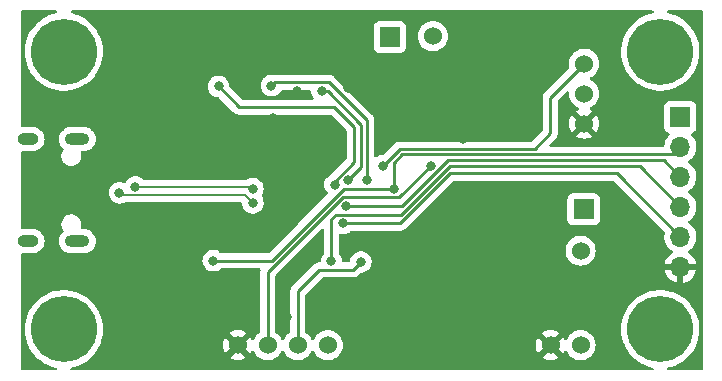
<source format=gbr>
%TF.GenerationSoftware,KiCad,Pcbnew,(6.0.11)*%
%TF.CreationDate,2025-09-27T21:04:19-04:00*%
%TF.ProjectId,433MHz-SRX882S-Dongle,3433334d-487a-42d5-9352-58383832532d,rev?*%
%TF.SameCoordinates,Original*%
%TF.FileFunction,Copper,L2,Bot*%
%TF.FilePolarity,Positive*%
%FSLAX46Y46*%
G04 Gerber Fmt 4.6, Leading zero omitted, Abs format (unit mm)*
G04 Created by KiCad (PCBNEW (6.0.11)) date 2025-09-27 21:04:19*
%MOMM*%
%LPD*%
G01*
G04 APERTURE LIST*
%TA.AperFunction,ConnectorPad*%
%ADD10C,5.600000*%
%TD*%
%TA.AperFunction,ComponentPad*%
%ADD11C,3.600000*%
%TD*%
%TA.AperFunction,ComponentPad*%
%ADD12R,1.700000X1.700000*%
%TD*%
%TA.AperFunction,ComponentPad*%
%ADD13O,1.700000X1.700000*%
%TD*%
%TA.AperFunction,ComponentPad*%
%ADD14O,1.800000X1.000000*%
%TD*%
%TA.AperFunction,ComponentPad*%
%ADD15O,2.100000X1.000000*%
%TD*%
%TA.AperFunction,ComponentPad*%
%ADD16C,1.524000*%
%TD*%
%TA.AperFunction,ViaPad*%
%ADD17C,0.800000*%
%TD*%
%TA.AperFunction,Conductor*%
%ADD18C,0.250000*%
%TD*%
%TA.AperFunction,Conductor*%
%ADD19C,0.200000*%
%TD*%
G04 APERTURE END LIST*
D10*
%TO.P,M3,1*%
%TO.N,Earth_Protective*%
X119750000Y-115900000D03*
D11*
X119750000Y-115900000D03*
%TD*%
D12*
%TO.P,J4,1,Pin_1*%
%TO.N,+3V3*%
X121450000Y-97926250D03*
D13*
%TO.P,J4,2,Pin_2*%
%TO.N,NRST*%
X121450000Y-100466250D03*
%TO.P,J4,3,Pin_3*%
%TO.N,SWDIO*%
X121450000Y-103006250D03*
%TO.P,J4,4,Pin_4*%
%TO.N,SWCLK*%
X121450000Y-105546250D03*
%TO.P,J4,5,Pin_5*%
%TO.N,SWO*%
X121450000Y-108086250D03*
%TO.P,J4,6,Pin_6*%
%TO.N,GND*%
X121450000Y-110626250D03*
%TD*%
D11*
%TO.P,M3,1*%
%TO.N,Earth_Protective*%
X119750000Y-92400000D03*
D10*
X119750000Y-92400000D03*
%TD*%
%TO.P,M3,1*%
%TO.N,Earth_Protective*%
X69250000Y-115900000D03*
D11*
X69250000Y-115900000D03*
%TD*%
D12*
%TO.P,J5,1,Pin_1*%
%TO.N,Net-(J5-Pad1)*%
X113250000Y-105750000D03*
%TD*%
D14*
%TO.P,J1,S1,SHIELD*%
%TO.N,Earth_Protective*%
X66200000Y-108440000D03*
X66200000Y-99800000D03*
D15*
X70400000Y-99800000D03*
X70400000Y-108440000D03*
%TD*%
D12*
%TO.P,J2,1,Pin_1*%
%TO.N,Net-(J2-Pad1)*%
X96850000Y-91155000D03*
%TD*%
D11*
%TO.P,M3,1*%
%TO.N,Earth_Protective*%
X69250000Y-92400000D03*
D10*
X69250000Y-92400000D03*
%TD*%
D16*
%TO.P,U3,1,ANT*%
%TO.N,Net-(J5-Pad1)*%
X113000000Y-117250000D03*
%TO.P,U3,2,GND*%
%TO.N,GND*%
X110460000Y-117250000D03*
%TO.P,U3,3,VCC*%
%TO.N,+3V3*%
X91600000Y-117250000D03*
%TO.P,U3,4,CS*%
%TO.N,RX_EN*%
X89060000Y-117250000D03*
%TO.P,U3,5,DATA*%
%TO.N,RXD*%
X86520000Y-117250000D03*
%TO.P,U3,6,GND*%
%TO.N,GND*%
X83980000Y-117250000D03*
%TO.P,U3,7,ANT*%
%TO.N,Net-(J5-Pad1)*%
X113000000Y-109250000D03*
%TD*%
%TO.P,U1,1,ANT*%
%TO.N,Net-(J2-Pad1)*%
X100500000Y-91090000D03*
%TO.P,U1,2,DATA*%
%TO.N,TXD*%
X113300000Y-93410000D03*
%TO.P,U1,3,VCC*%
%TO.N,+3V3*%
X113300000Y-95950000D03*
%TO.P,U1,4,GND*%
%TO.N,GND*%
X113300000Y-98490000D03*
%TD*%
D17*
%TO.N,GND*%
X104250000Y-104740000D03*
X86950000Y-98000000D03*
X88150000Y-114850000D03*
X100600000Y-117150000D03*
X88900000Y-106500000D03*
X93350000Y-95450000D03*
X72810000Y-100920000D03*
X107600000Y-117200000D03*
X72710000Y-107320000D03*
X80100000Y-95450000D03*
X88950000Y-95724500D03*
X103050000Y-99800000D03*
X97250000Y-110650000D03*
X84500000Y-95350000D03*
X98850000Y-108500000D03*
X92400000Y-101300000D03*
%TO.N,LED*%
X92200000Y-103650000D03*
X82350000Y-95350000D03*
%TO.N,LED2*%
X94900000Y-103275500D03*
X86825000Y-95275000D03*
%TO.N,RX_EN*%
X94400000Y-110200000D03*
X91100000Y-95724500D03*
X93350000Y-103275500D03*
%TO.N,USB_D+*%
X73950000Y-104350000D03*
X85250000Y-105200000D03*
%TO.N,USB_D-*%
X75294398Y-103854085D03*
X85250000Y-104000000D03*
%TO.N,NRST*%
X97162701Y-104000500D03*
X81900000Y-110100000D03*
%TO.N,SWDIO*%
X93155747Y-105455247D03*
%TO.N,SWCLK*%
X91900000Y-110150000D03*
%TO.N,SWO*%
X92900000Y-106929747D03*
%TO.N,TXD*%
X96300000Y-102050000D03*
%TO.N,RXD*%
X100300000Y-102050000D03*
%TD*%
D18*
%TO.N,LED*%
X92150000Y-97100000D02*
X93850000Y-98800000D01*
X82350000Y-95350000D02*
X84100000Y-97100000D01*
X92200000Y-103400195D02*
X92200000Y-103650000D01*
X93850000Y-98800000D02*
X93850000Y-101750195D01*
X93850000Y-101750195D02*
X92200000Y-103400195D01*
X84100000Y-97100000D02*
X92150000Y-97100000D01*
%TO.N,LED2*%
X94900000Y-98200000D02*
X94900000Y-103275500D01*
X87100000Y-95000000D02*
X91700000Y-95000000D01*
X91700000Y-95000000D02*
X94900000Y-98200000D01*
X86825000Y-95275000D02*
X87100000Y-95000000D01*
%TO.N,RX_EN*%
X94450000Y-102175500D02*
X93350000Y-103275500D01*
X90875000Y-110875000D02*
X89060000Y-112690000D01*
X93725000Y-110875000D02*
X90875000Y-110875000D01*
X94450000Y-98600000D02*
X94450000Y-102175500D01*
X89060000Y-112690000D02*
X89060000Y-117250000D01*
X91574500Y-95724500D02*
X94450000Y-98600000D01*
X91100000Y-95724500D02*
X91574500Y-95724500D01*
X94400000Y-110200000D02*
X93725000Y-110875000D01*
D19*
%TO.N,USB_D+*%
X75584348Y-104554085D02*
X75588433Y-104550000D01*
X73950000Y-104350000D02*
X74154085Y-104554085D01*
X75588433Y-104550000D02*
X84600000Y-104550000D01*
X74154085Y-104554085D02*
X75584348Y-104554085D01*
X84600000Y-104550000D02*
X85250000Y-105200000D01*
%TO.N,USB_D-*%
X85104085Y-103854085D02*
X85250000Y-104000000D01*
X75294398Y-103854085D02*
X85104085Y-103854085D01*
D18*
%TO.N,NRST*%
X97162701Y-104000500D02*
X97162701Y-101837299D01*
X120816250Y-101100000D02*
X121450000Y-100466250D01*
X92950000Y-104000000D02*
X86850000Y-110100000D01*
X97162201Y-104000000D02*
X92950000Y-104000000D01*
X97900000Y-101100000D02*
X120816250Y-101100000D01*
X97162701Y-104000500D02*
X97162201Y-104000000D01*
X97162701Y-101837299D02*
X97900000Y-101100000D01*
X86850000Y-110100000D02*
X81900000Y-110100000D01*
%TO.N,SWDIO*%
X101775305Y-101600000D02*
X120043750Y-101600000D01*
X120043750Y-101600000D02*
X121450000Y-103006250D01*
X97920058Y-105455247D02*
X101775305Y-101600000D01*
X93155747Y-105455247D02*
X97920058Y-105455247D01*
%TO.N,SWCLK*%
X92294753Y-106205247D02*
X97806454Y-106205247D01*
X97806454Y-106205247D02*
X101911701Y-102100000D01*
X118003750Y-102100000D02*
X121450000Y-105546250D01*
X101911701Y-102100000D02*
X118003750Y-102100000D01*
X91900000Y-110150000D02*
X91900000Y-106600000D01*
X91900000Y-106600000D02*
X92294753Y-106205247D01*
%TO.N,SWO*%
X101948097Y-102700000D02*
X116063750Y-102700000D01*
X97718350Y-106929747D02*
X101948097Y-102700000D01*
X116063750Y-102700000D02*
X121450000Y-108086250D01*
X92900000Y-106929747D02*
X97718350Y-106929747D01*
%TO.N,TXD*%
X96699097Y-101650903D02*
X96712701Y-101650903D01*
X109100000Y-100650000D02*
X110425000Y-99325000D01*
X110425000Y-96285000D02*
X113300000Y-93410000D01*
X110425000Y-99325000D02*
X110425000Y-96285000D01*
X96300000Y-102050000D02*
X96699097Y-101650903D01*
X96712701Y-101650903D02*
X97713604Y-100650000D01*
X97713604Y-100650000D02*
X109100000Y-100650000D01*
%TO.N,RXD*%
X86520000Y-111066396D02*
X92861396Y-104725000D01*
X86520000Y-117250000D02*
X86520000Y-111066396D01*
X97625000Y-104725000D02*
X100300000Y-102050000D01*
X92861396Y-104725000D02*
X97625000Y-104725000D01*
%TD*%
%TA.AperFunction,Conductor*%
%TO.N,GND*%
G36*
X68631534Y-88928502D02*
G01*
X68678027Y-88982158D01*
X68688131Y-89052432D01*
X68658637Y-89117012D01*
X68598911Y-89155396D01*
X68590257Y-89157608D01*
X68370117Y-89205606D01*
X68030271Y-89319317D01*
X68027178Y-89320739D01*
X68027177Y-89320740D01*
X68020974Y-89323593D01*
X67704694Y-89469066D01*
X67397193Y-89653101D01*
X67394467Y-89655163D01*
X67394465Y-89655164D01*
X67123927Y-89859771D01*
X67111367Y-89869270D01*
X67108882Y-89871612D01*
X67108877Y-89871616D01*
X67011626Y-89963261D01*
X66850559Y-90115043D01*
X66617819Y-90387546D01*
X66615900Y-90390358D01*
X66615897Y-90390363D01*
X66522624Y-90527097D01*
X66415871Y-90683591D01*
X66247077Y-90999714D01*
X66113411Y-91332218D01*
X66112491Y-91335492D01*
X66112489Y-91335497D01*
X66057486Y-91531178D01*
X66016437Y-91677213D01*
X66015875Y-91680570D01*
X66015875Y-91680571D01*
X65978274Y-91905270D01*
X65957290Y-92030663D01*
X65936661Y-92388434D01*
X65954792Y-92746340D01*
X65955329Y-92749695D01*
X65955330Y-92749701D01*
X65960316Y-92780828D01*
X66011470Y-93100195D01*
X66106033Y-93445859D01*
X66237374Y-93779288D01*
X66268151Y-93837909D01*
X66378281Y-94047676D01*
X66403957Y-94096582D01*
X66405858Y-94099411D01*
X66405864Y-94099421D01*
X66584023Y-94364547D01*
X66603834Y-94394029D01*
X66834665Y-94668150D01*
X67093751Y-94915738D01*
X67378061Y-95133897D01*
X67410056Y-95153350D01*
X67681355Y-95318303D01*
X67681360Y-95318306D01*
X67684270Y-95320075D01*
X67687358Y-95321521D01*
X67687357Y-95321521D01*
X68005710Y-95470649D01*
X68005720Y-95470653D01*
X68008794Y-95472093D01*
X68012012Y-95473195D01*
X68012015Y-95473196D01*
X68344615Y-95587071D01*
X68344623Y-95587073D01*
X68347838Y-95588174D01*
X68697435Y-95666959D01*
X68749728Y-95672917D01*
X69050114Y-95707142D01*
X69050122Y-95707142D01*
X69053497Y-95707527D01*
X69056901Y-95707545D01*
X69056904Y-95707545D01*
X69251227Y-95708562D01*
X69411857Y-95709403D01*
X69415243Y-95709053D01*
X69415245Y-95709053D01*
X69764932Y-95672917D01*
X69764941Y-95672916D01*
X69768324Y-95672566D01*
X69771657Y-95671852D01*
X69771660Y-95671851D01*
X69950550Y-95633500D01*
X70118727Y-95597446D01*
X70458968Y-95484922D01*
X70785066Y-95336311D01*
X71081886Y-95160072D01*
X71090262Y-95155099D01*
X71090267Y-95155096D01*
X71093207Y-95153350D01*
X71118007Y-95134730D01*
X71192506Y-95078794D01*
X71379786Y-94938180D01*
X71641451Y-94693319D01*
X71875140Y-94421630D01*
X72006994Y-94229781D01*
X72076190Y-94129101D01*
X72076195Y-94129094D01*
X72078120Y-94126292D01*
X72079732Y-94123298D01*
X72079737Y-94123290D01*
X72246395Y-93813772D01*
X72248017Y-93810760D01*
X72382842Y-93478724D01*
X72393142Y-93442568D01*
X72413527Y-93371006D01*
X72481020Y-93134070D01*
X72508415Y-92973804D01*
X72540829Y-92784175D01*
X72540829Y-92784173D01*
X72541401Y-92780828D01*
X72541617Y-92777311D01*
X72563168Y-92424928D01*
X72563278Y-92423131D01*
X72563359Y-92400000D01*
X72544573Y-92053134D01*
X95491500Y-92053134D01*
X95498255Y-92115316D01*
X95549385Y-92251705D01*
X95636739Y-92368261D01*
X95753295Y-92455615D01*
X95889684Y-92506745D01*
X95951866Y-92513500D01*
X97748134Y-92513500D01*
X97810316Y-92506745D01*
X97946705Y-92455615D01*
X98063261Y-92368261D01*
X98150615Y-92251705D01*
X98201745Y-92115316D01*
X98208500Y-92053134D01*
X98208500Y-91090000D01*
X99224647Y-91090000D01*
X99244022Y-91311463D01*
X99301560Y-91526196D01*
X99303882Y-91531177D01*
X99303883Y-91531178D01*
X99393186Y-91722689D01*
X99393189Y-91722694D01*
X99395512Y-91727676D01*
X99523023Y-91909781D01*
X99680219Y-92066977D01*
X99684727Y-92070134D01*
X99684730Y-92070136D01*
X99749254Y-92115316D01*
X99862323Y-92194488D01*
X99867305Y-92196811D01*
X99867310Y-92196814D01*
X100058822Y-92286117D01*
X100063804Y-92288440D01*
X100069112Y-92289862D01*
X100069114Y-92289863D01*
X100118836Y-92303186D01*
X100278537Y-92345978D01*
X100500000Y-92365353D01*
X100721463Y-92345978D01*
X100881164Y-92303186D01*
X100930886Y-92289863D01*
X100930888Y-92289862D01*
X100936196Y-92288440D01*
X100941178Y-92286117D01*
X101132690Y-92196814D01*
X101132695Y-92196811D01*
X101137677Y-92194488D01*
X101250746Y-92115316D01*
X101315270Y-92070136D01*
X101315273Y-92070134D01*
X101319781Y-92066977D01*
X101476977Y-91909781D01*
X101604488Y-91727676D01*
X101606811Y-91722694D01*
X101606814Y-91722689D01*
X101696117Y-91531178D01*
X101696118Y-91531177D01*
X101698440Y-91526196D01*
X101755978Y-91311463D01*
X101775353Y-91090000D01*
X101755978Y-90868537D01*
X101707225Y-90686590D01*
X101699863Y-90659114D01*
X101699862Y-90659112D01*
X101698440Y-90653804D01*
X101696117Y-90648822D01*
X101606814Y-90457311D01*
X101606811Y-90457306D01*
X101604488Y-90452324D01*
X101601331Y-90447815D01*
X101480136Y-90274730D01*
X101480134Y-90274727D01*
X101476977Y-90270219D01*
X101319781Y-90113023D01*
X101315273Y-90109866D01*
X101315270Y-90109864D01*
X101231359Y-90051109D01*
X101137677Y-89985512D01*
X101132695Y-89983189D01*
X101132690Y-89983186D01*
X100941178Y-89893883D01*
X100941177Y-89893882D01*
X100936196Y-89891560D01*
X100930888Y-89890138D01*
X100930886Y-89890137D01*
X100853009Y-89869270D01*
X100721463Y-89834022D01*
X100500000Y-89814647D01*
X100278537Y-89834022D01*
X100146991Y-89869270D01*
X100069114Y-89890137D01*
X100069112Y-89890138D01*
X100063804Y-89891560D01*
X100058823Y-89893882D01*
X100058822Y-89893883D01*
X99867311Y-89983186D01*
X99867306Y-89983189D01*
X99862324Y-89985512D01*
X99857817Y-89988668D01*
X99857815Y-89988669D01*
X99684730Y-90109864D01*
X99684727Y-90109866D01*
X99680219Y-90113023D01*
X99523023Y-90270219D01*
X99519866Y-90274727D01*
X99519864Y-90274730D01*
X99398669Y-90447815D01*
X99395512Y-90452324D01*
X99393189Y-90457306D01*
X99393186Y-90457311D01*
X99303883Y-90648822D01*
X99301560Y-90653804D01*
X99300138Y-90659112D01*
X99300137Y-90659114D01*
X99292775Y-90686590D01*
X99244022Y-90868537D01*
X99224647Y-91090000D01*
X98208500Y-91090000D01*
X98208500Y-90256866D01*
X98201745Y-90194684D01*
X98150615Y-90058295D01*
X98063261Y-89941739D01*
X97946705Y-89854385D01*
X97810316Y-89803255D01*
X97748134Y-89796500D01*
X95951866Y-89796500D01*
X95889684Y-89803255D01*
X95753295Y-89854385D01*
X95636739Y-89941739D01*
X95549385Y-90058295D01*
X95498255Y-90194684D01*
X95491500Y-90256866D01*
X95491500Y-92053134D01*
X72544573Y-92053134D01*
X72543979Y-92042159D01*
X72486066Y-91688505D01*
X72390297Y-91343173D01*
X72387243Y-91335497D01*
X72259052Y-91013369D01*
X72257793Y-91010205D01*
X72182784Y-90868537D01*
X72091702Y-90696513D01*
X72091698Y-90696506D01*
X72090103Y-90693494D01*
X71889190Y-90396746D01*
X71657403Y-90123432D01*
X71397454Y-89876750D01*
X71112384Y-89659585D01*
X71109472Y-89657828D01*
X71109467Y-89657825D01*
X70808443Y-89476236D01*
X70808437Y-89476233D01*
X70805528Y-89474478D01*
X70480475Y-89323593D01*
X70310751Y-89266145D01*
X70144255Y-89209789D01*
X70144250Y-89209788D01*
X70141028Y-89208697D01*
X69915896Y-89158786D01*
X69910154Y-89157513D01*
X69847978Y-89123241D01*
X69814200Y-89060794D01*
X69819546Y-88989999D01*
X69862318Y-88933333D01*
X69928936Y-88908786D01*
X69937426Y-88908500D01*
X119063413Y-88908500D01*
X119131534Y-88928502D01*
X119178027Y-88982158D01*
X119188131Y-89052432D01*
X119158637Y-89117012D01*
X119098911Y-89155396D01*
X119090257Y-89157608D01*
X118870117Y-89205606D01*
X118530271Y-89319317D01*
X118527178Y-89320739D01*
X118527177Y-89320740D01*
X118520974Y-89323593D01*
X118204694Y-89469066D01*
X117897193Y-89653101D01*
X117894467Y-89655163D01*
X117894465Y-89655164D01*
X117623927Y-89859771D01*
X117611367Y-89869270D01*
X117608882Y-89871612D01*
X117608877Y-89871616D01*
X117511626Y-89963261D01*
X117350559Y-90115043D01*
X117117819Y-90387546D01*
X117115900Y-90390358D01*
X117115897Y-90390363D01*
X117022624Y-90527097D01*
X116915871Y-90683591D01*
X116747077Y-90999714D01*
X116613411Y-91332218D01*
X116612491Y-91335492D01*
X116612489Y-91335497D01*
X116557486Y-91531178D01*
X116516437Y-91677213D01*
X116515875Y-91680570D01*
X116515875Y-91680571D01*
X116478274Y-91905270D01*
X116457290Y-92030663D01*
X116436661Y-92388434D01*
X116454792Y-92746340D01*
X116455329Y-92749695D01*
X116455330Y-92749701D01*
X116460316Y-92780828D01*
X116511470Y-93100195D01*
X116606033Y-93445859D01*
X116737374Y-93779288D01*
X116768151Y-93837909D01*
X116878281Y-94047676D01*
X116903957Y-94096582D01*
X116905858Y-94099411D01*
X116905864Y-94099421D01*
X117084023Y-94364547D01*
X117103834Y-94394029D01*
X117334665Y-94668150D01*
X117593751Y-94915738D01*
X117878061Y-95133897D01*
X117910056Y-95153350D01*
X118181355Y-95318303D01*
X118181360Y-95318306D01*
X118184270Y-95320075D01*
X118187358Y-95321521D01*
X118187357Y-95321521D01*
X118505710Y-95470649D01*
X118505720Y-95470653D01*
X118508794Y-95472093D01*
X118512012Y-95473195D01*
X118512015Y-95473196D01*
X118844615Y-95587071D01*
X118844623Y-95587073D01*
X118847838Y-95588174D01*
X119197435Y-95666959D01*
X119249728Y-95672917D01*
X119550114Y-95707142D01*
X119550122Y-95707142D01*
X119553497Y-95707527D01*
X119556901Y-95707545D01*
X119556904Y-95707545D01*
X119751227Y-95708562D01*
X119911857Y-95709403D01*
X119915243Y-95709053D01*
X119915245Y-95709053D01*
X120264932Y-95672917D01*
X120264941Y-95672916D01*
X120268324Y-95672566D01*
X120271657Y-95671852D01*
X120271660Y-95671851D01*
X120450550Y-95633500D01*
X120618727Y-95597446D01*
X120958968Y-95484922D01*
X121285066Y-95336311D01*
X121581886Y-95160072D01*
X121590262Y-95155099D01*
X121590267Y-95155096D01*
X121593207Y-95153350D01*
X121618007Y-95134730D01*
X121692506Y-95078794D01*
X121879786Y-94938180D01*
X122141451Y-94693319D01*
X122375140Y-94421630D01*
X122506994Y-94229781D01*
X122576190Y-94129101D01*
X122576195Y-94129094D01*
X122578120Y-94126292D01*
X122579732Y-94123298D01*
X122579737Y-94123290D01*
X122746395Y-93813772D01*
X122748017Y-93810760D01*
X122882842Y-93478724D01*
X122893142Y-93442568D01*
X122913527Y-93371006D01*
X122981020Y-93134070D01*
X123008415Y-92973804D01*
X123040829Y-92784175D01*
X123040829Y-92784173D01*
X123041401Y-92780828D01*
X123041617Y-92777311D01*
X123063168Y-92424928D01*
X123063278Y-92423131D01*
X123063359Y-92400000D01*
X123043979Y-92042159D01*
X122986066Y-91688505D01*
X122890297Y-91343173D01*
X122887243Y-91335497D01*
X122759052Y-91013369D01*
X122757793Y-91010205D01*
X122682784Y-90868537D01*
X122591702Y-90696513D01*
X122591698Y-90696506D01*
X122590103Y-90693494D01*
X122389190Y-90396746D01*
X122157403Y-90123432D01*
X121897454Y-89876750D01*
X121612384Y-89659585D01*
X121609472Y-89657828D01*
X121609467Y-89657825D01*
X121308443Y-89476236D01*
X121308437Y-89476233D01*
X121305528Y-89474478D01*
X120980475Y-89323593D01*
X120810751Y-89266145D01*
X120644255Y-89209789D01*
X120644250Y-89209788D01*
X120641028Y-89208697D01*
X120415896Y-89158786D01*
X120410154Y-89157513D01*
X120347978Y-89123241D01*
X120314200Y-89060794D01*
X120319546Y-88989999D01*
X120362318Y-88933333D01*
X120428936Y-88908786D01*
X120437426Y-88908500D01*
X123265500Y-88908500D01*
X123333621Y-88928502D01*
X123380114Y-88982158D01*
X123391500Y-89034500D01*
X123391500Y-119265500D01*
X123371498Y-119333621D01*
X123317842Y-119380114D01*
X123265500Y-119391500D01*
X120435919Y-119391500D01*
X120367798Y-119371498D01*
X120321305Y-119317842D01*
X120311201Y-119247568D01*
X120340695Y-119182988D01*
X120400421Y-119144604D01*
X120409507Y-119142299D01*
X120458678Y-119131757D01*
X120618727Y-119097446D01*
X120958968Y-118984922D01*
X121285066Y-118836311D01*
X121379052Y-118780506D01*
X121590262Y-118655099D01*
X121590267Y-118655096D01*
X121593207Y-118653350D01*
X121879786Y-118438180D01*
X122141451Y-118193319D01*
X122375140Y-117921630D01*
X122511139Y-117723750D01*
X122576190Y-117629101D01*
X122576195Y-117629094D01*
X122578120Y-117626292D01*
X122579732Y-117623298D01*
X122579737Y-117623290D01*
X122746395Y-117313772D01*
X122748017Y-117310760D01*
X122860355Y-117034104D01*
X122881562Y-116981877D01*
X122881564Y-116981872D01*
X122882842Y-116978724D01*
X122893142Y-116942568D01*
X122929821Y-116813804D01*
X122981020Y-116634070D01*
X123041401Y-116280828D01*
X123041879Y-116273023D01*
X123063168Y-115924928D01*
X123063278Y-115923131D01*
X123063359Y-115900000D01*
X123043979Y-115542159D01*
X122986066Y-115188505D01*
X122890297Y-114843173D01*
X122887243Y-114835497D01*
X122759052Y-114513369D01*
X122757793Y-114510205D01*
X122727768Y-114453498D01*
X122591702Y-114196513D01*
X122591698Y-114196506D01*
X122590103Y-114193494D01*
X122389190Y-113896746D01*
X122157403Y-113623432D01*
X121897454Y-113376750D01*
X121612384Y-113159585D01*
X121609472Y-113157828D01*
X121609467Y-113157825D01*
X121308443Y-112976236D01*
X121308437Y-112976233D01*
X121305528Y-112974478D01*
X120980475Y-112823593D01*
X120810751Y-112766145D01*
X120644255Y-112709789D01*
X120644250Y-112709788D01*
X120641028Y-112708697D01*
X120430908Y-112662114D01*
X120294493Y-112631871D01*
X120294487Y-112631870D01*
X120291158Y-112631132D01*
X120287769Y-112630758D01*
X120287764Y-112630757D01*
X119938338Y-112592180D01*
X119938333Y-112592180D01*
X119934957Y-112591807D01*
X119931558Y-112591801D01*
X119931557Y-112591801D01*
X119762080Y-112591505D01*
X119576592Y-112591182D01*
X119472660Y-112602289D01*
X119223639Y-112628901D01*
X119223631Y-112628902D01*
X119220256Y-112629263D01*
X118870117Y-112705606D01*
X118530271Y-112819317D01*
X118527178Y-112820739D01*
X118527177Y-112820740D01*
X118520974Y-112823593D01*
X118204694Y-112969066D01*
X117897193Y-113153101D01*
X117894467Y-113155163D01*
X117894465Y-113155164D01*
X117888620Y-113159585D01*
X117611367Y-113369270D01*
X117350559Y-113615043D01*
X117117819Y-113887546D01*
X117115900Y-113890358D01*
X117115897Y-113890363D01*
X117022624Y-114027097D01*
X116915871Y-114183591D01*
X116747077Y-114499714D01*
X116613411Y-114832218D01*
X116612491Y-114835492D01*
X116612489Y-114835497D01*
X116610332Y-114843173D01*
X116516437Y-115177213D01*
X116457290Y-115530663D01*
X116436661Y-115888434D01*
X116436833Y-115891829D01*
X116436833Y-115891830D01*
X116449589Y-116143624D01*
X116454792Y-116246340D01*
X116455329Y-116249695D01*
X116455330Y-116249701D01*
X116460316Y-116280828D01*
X116511470Y-116600195D01*
X116606033Y-116945859D01*
X116638601Y-117028537D01*
X116723681Y-117244525D01*
X116737374Y-117279288D01*
X116768151Y-117337909D01*
X116835392Y-117465984D01*
X116903957Y-117596582D01*
X116905858Y-117599411D01*
X116905864Y-117599421D01*
X117089569Y-117872800D01*
X117103834Y-117894029D01*
X117334665Y-118168150D01*
X117593751Y-118415738D01*
X117878061Y-118633897D01*
X117910056Y-118653350D01*
X118181355Y-118818303D01*
X118181360Y-118818306D01*
X118184270Y-118820075D01*
X118187358Y-118821521D01*
X118187357Y-118821521D01*
X118505710Y-118970649D01*
X118505720Y-118970653D01*
X118508794Y-118972093D01*
X118512012Y-118973195D01*
X118512015Y-118973196D01*
X118844615Y-119087071D01*
X118844623Y-119087073D01*
X118847838Y-119088174D01*
X118851166Y-119088924D01*
X119089270Y-119142583D01*
X119151326Y-119177071D01*
X119184886Y-119239636D01*
X119179293Y-119310412D01*
X119136324Y-119366928D01*
X119069620Y-119391243D01*
X119061569Y-119391500D01*
X69935919Y-119391500D01*
X69867798Y-119371498D01*
X69821305Y-119317842D01*
X69811201Y-119247568D01*
X69840695Y-119182988D01*
X69900421Y-119144604D01*
X69909507Y-119142299D01*
X69958678Y-119131757D01*
X70118727Y-119097446D01*
X70458968Y-118984922D01*
X70785066Y-118836311D01*
X70879052Y-118780506D01*
X71090262Y-118655099D01*
X71090267Y-118655096D01*
X71093207Y-118653350D01*
X71379786Y-118438180D01*
X71518069Y-118308777D01*
X83285777Y-118308777D01*
X83295074Y-118320793D01*
X83338069Y-118350898D01*
X83347555Y-118356376D01*
X83538993Y-118445645D01*
X83549285Y-118449391D01*
X83753309Y-118504059D01*
X83764104Y-118505962D01*
X83974525Y-118524372D01*
X83985475Y-118524372D01*
X84195896Y-118505962D01*
X84206691Y-118504059D01*
X84410715Y-118449391D01*
X84421007Y-118445645D01*
X84612445Y-118356376D01*
X84621931Y-118350898D01*
X84665764Y-118320207D01*
X84674139Y-118309729D01*
X84667071Y-118296281D01*
X83992812Y-117622022D01*
X83978868Y-117614408D01*
X83977035Y-117614539D01*
X83970420Y-117618790D01*
X83292207Y-118297003D01*
X83285777Y-118308777D01*
X71518069Y-118308777D01*
X71641451Y-118193319D01*
X71875140Y-117921630D01*
X72011139Y-117723750D01*
X72076190Y-117629101D01*
X72076195Y-117629094D01*
X72078120Y-117626292D01*
X72079732Y-117623298D01*
X72079737Y-117623290D01*
X72246395Y-117313772D01*
X72248017Y-117310760D01*
X72270466Y-117255475D01*
X82705628Y-117255475D01*
X82724038Y-117465896D01*
X82725941Y-117476691D01*
X82780609Y-117680715D01*
X82784355Y-117691007D01*
X82873623Y-117882441D01*
X82879103Y-117891932D01*
X82909794Y-117935765D01*
X82920271Y-117944140D01*
X82933718Y-117937072D01*
X83607978Y-117262812D01*
X83615592Y-117248868D01*
X83615461Y-117247035D01*
X83611210Y-117240420D01*
X82932997Y-116562207D01*
X82921223Y-116555777D01*
X82909207Y-116565074D01*
X82879103Y-116608068D01*
X82873623Y-116617559D01*
X82784355Y-116808993D01*
X82780609Y-116819285D01*
X82725941Y-117023309D01*
X82724038Y-117034104D01*
X82705628Y-117244525D01*
X82705628Y-117255475D01*
X72270466Y-117255475D01*
X72360355Y-117034104D01*
X72381562Y-116981877D01*
X72381564Y-116981872D01*
X72382842Y-116978724D01*
X72393142Y-116942568D01*
X72429821Y-116813804D01*
X72481020Y-116634070D01*
X72541401Y-116280828D01*
X72541879Y-116273023D01*
X72546940Y-116190271D01*
X83285860Y-116190271D01*
X83292928Y-116203718D01*
X83967188Y-116877978D01*
X83981132Y-116885592D01*
X83982965Y-116885461D01*
X83989580Y-116881210D01*
X84667793Y-116202997D01*
X84674223Y-116191223D01*
X84664926Y-116179207D01*
X84621931Y-116149102D01*
X84612445Y-116143624D01*
X84421007Y-116054355D01*
X84410715Y-116050609D01*
X84206691Y-115995941D01*
X84195896Y-115994038D01*
X83985475Y-115975628D01*
X83974525Y-115975628D01*
X83764104Y-115994038D01*
X83753309Y-115995941D01*
X83549285Y-116050609D01*
X83538993Y-116054355D01*
X83347559Y-116143623D01*
X83338068Y-116149103D01*
X83294235Y-116179794D01*
X83285860Y-116190271D01*
X72546940Y-116190271D01*
X72563168Y-115924928D01*
X72563278Y-115923131D01*
X72563359Y-115900000D01*
X72543979Y-115542159D01*
X72486066Y-115188505D01*
X72390297Y-114843173D01*
X72387243Y-114835497D01*
X72259052Y-114513369D01*
X72257793Y-114510205D01*
X72227768Y-114453498D01*
X72091702Y-114196513D01*
X72091698Y-114196506D01*
X72090103Y-114193494D01*
X71889190Y-113896746D01*
X71657403Y-113623432D01*
X71397454Y-113376750D01*
X71112384Y-113159585D01*
X71109472Y-113157828D01*
X71109467Y-113157825D01*
X70808443Y-112976236D01*
X70808437Y-112976233D01*
X70805528Y-112974478D01*
X70480475Y-112823593D01*
X70310751Y-112766145D01*
X70144255Y-112709789D01*
X70144250Y-112709788D01*
X70141028Y-112708697D01*
X69930908Y-112662114D01*
X69794493Y-112631871D01*
X69794487Y-112631870D01*
X69791158Y-112631132D01*
X69787769Y-112630758D01*
X69787764Y-112630757D01*
X69438338Y-112592180D01*
X69438333Y-112592180D01*
X69434957Y-112591807D01*
X69431558Y-112591801D01*
X69431557Y-112591801D01*
X69262080Y-112591505D01*
X69076592Y-112591182D01*
X68972660Y-112602289D01*
X68723639Y-112628901D01*
X68723631Y-112628902D01*
X68720256Y-112629263D01*
X68370117Y-112705606D01*
X68030271Y-112819317D01*
X68027178Y-112820739D01*
X68027177Y-112820740D01*
X68020974Y-112823593D01*
X67704694Y-112969066D01*
X67397193Y-113153101D01*
X67394467Y-113155163D01*
X67394465Y-113155164D01*
X67388620Y-113159585D01*
X67111367Y-113369270D01*
X66850559Y-113615043D01*
X66617819Y-113887546D01*
X66615900Y-113890358D01*
X66615897Y-113890363D01*
X66522624Y-114027097D01*
X66415871Y-114183591D01*
X66247077Y-114499714D01*
X66113411Y-114832218D01*
X66112491Y-114835492D01*
X66112489Y-114835497D01*
X66110332Y-114843173D01*
X66016437Y-115177213D01*
X65957290Y-115530663D01*
X65936661Y-115888434D01*
X65936833Y-115891829D01*
X65936833Y-115891830D01*
X65949589Y-116143624D01*
X65954792Y-116246340D01*
X65955329Y-116249695D01*
X65955330Y-116249701D01*
X65960316Y-116280828D01*
X66011470Y-116600195D01*
X66106033Y-116945859D01*
X66138601Y-117028537D01*
X66223681Y-117244525D01*
X66237374Y-117279288D01*
X66268151Y-117337909D01*
X66335392Y-117465984D01*
X66403957Y-117596582D01*
X66405858Y-117599411D01*
X66405864Y-117599421D01*
X66589569Y-117872800D01*
X66603834Y-117894029D01*
X66834665Y-118168150D01*
X67093751Y-118415738D01*
X67378061Y-118633897D01*
X67410056Y-118653350D01*
X67681355Y-118818303D01*
X67681360Y-118818306D01*
X67684270Y-118820075D01*
X67687358Y-118821521D01*
X67687357Y-118821521D01*
X68005710Y-118970649D01*
X68005720Y-118970653D01*
X68008794Y-118972093D01*
X68012012Y-118973195D01*
X68012015Y-118973196D01*
X68344615Y-119087071D01*
X68344623Y-119087073D01*
X68347838Y-119088174D01*
X68351166Y-119088924D01*
X68589270Y-119142583D01*
X68651326Y-119177071D01*
X68684886Y-119239636D01*
X68679293Y-119310412D01*
X68636324Y-119366928D01*
X68569620Y-119391243D01*
X68561569Y-119391500D01*
X65734500Y-119391500D01*
X65666379Y-119371498D01*
X65619886Y-119317842D01*
X65608500Y-119265500D01*
X65608500Y-110100000D01*
X80986496Y-110100000D01*
X80987186Y-110106565D01*
X81004888Y-110274986D01*
X81006458Y-110289928D01*
X81065473Y-110471556D01*
X81068776Y-110477278D01*
X81068777Y-110477279D01*
X81085623Y-110506457D01*
X81160960Y-110636944D01*
X81288747Y-110778866D01*
X81387843Y-110850864D01*
X81428290Y-110880250D01*
X81443248Y-110891118D01*
X81449276Y-110893802D01*
X81449278Y-110893803D01*
X81534891Y-110931920D01*
X81617712Y-110968794D01*
X81704479Y-110987237D01*
X81798056Y-111007128D01*
X81798061Y-111007128D01*
X81804513Y-111008500D01*
X81995487Y-111008500D01*
X82001939Y-111007128D01*
X82001944Y-111007128D01*
X82095521Y-110987237D01*
X82182288Y-110968794D01*
X82265109Y-110931920D01*
X82350722Y-110893803D01*
X82350724Y-110893802D01*
X82356752Y-110891118D01*
X82371711Y-110880250D01*
X82499528Y-110787385D01*
X82511253Y-110778866D01*
X82515668Y-110773963D01*
X82520580Y-110769540D01*
X82521705Y-110770789D01*
X82575014Y-110737949D01*
X82608200Y-110733500D01*
X85784996Y-110733500D01*
X85853117Y-110753502D01*
X85899610Y-110807158D01*
X85909714Y-110877432D01*
X85907932Y-110885679D01*
X85906819Y-110888251D01*
X85905580Y-110896075D01*
X85905578Y-110896081D01*
X85899901Y-110931920D01*
X85897495Y-110943540D01*
X85890659Y-110970166D01*
X85886500Y-110986366D01*
X85886500Y-111006620D01*
X85884949Y-111026330D01*
X85881780Y-111046339D01*
X85882526Y-111054231D01*
X85885941Y-111090357D01*
X85886500Y-111102215D01*
X85886500Y-116076996D01*
X85866498Y-116145117D01*
X85832771Y-116180209D01*
X85704730Y-116269864D01*
X85704727Y-116269866D01*
X85700219Y-116273023D01*
X85543023Y-116430219D01*
X85539866Y-116434727D01*
X85539864Y-116434730D01*
X85424005Y-116600195D01*
X85415512Y-116612324D01*
X85413189Y-116617306D01*
X85413186Y-116617311D01*
X85363919Y-116722965D01*
X85317001Y-116776250D01*
X85248724Y-116795711D01*
X85180764Y-116775169D01*
X85135529Y-116722965D01*
X85086377Y-116617559D01*
X85080897Y-116608068D01*
X85050206Y-116564235D01*
X85039729Y-116555860D01*
X85026282Y-116562928D01*
X84352022Y-117237188D01*
X84344408Y-117251132D01*
X84344539Y-117252965D01*
X84348790Y-117259580D01*
X85027003Y-117937793D01*
X85038777Y-117944223D01*
X85050793Y-117934926D01*
X85080897Y-117891932D01*
X85086377Y-117882441D01*
X85135529Y-117777035D01*
X85182447Y-117723750D01*
X85250724Y-117704289D01*
X85318684Y-117724831D01*
X85363919Y-117777035D01*
X85413186Y-117882689D01*
X85413189Y-117882694D01*
X85415512Y-117887676D01*
X85418668Y-117892183D01*
X85418669Y-117892185D01*
X85455107Y-117944223D01*
X85543023Y-118069781D01*
X85700219Y-118226977D01*
X85704727Y-118230134D01*
X85704730Y-118230136D01*
X85780495Y-118283187D01*
X85882323Y-118354488D01*
X85887305Y-118356811D01*
X85887310Y-118356814D01*
X86077810Y-118445645D01*
X86083804Y-118448440D01*
X86089112Y-118449862D01*
X86089114Y-118449863D01*
X86154949Y-118467503D01*
X86298537Y-118505978D01*
X86520000Y-118525353D01*
X86741463Y-118505978D01*
X86885051Y-118467503D01*
X86950886Y-118449863D01*
X86950888Y-118449862D01*
X86956196Y-118448440D01*
X86962190Y-118445645D01*
X87152690Y-118356814D01*
X87152695Y-118356811D01*
X87157677Y-118354488D01*
X87259505Y-118283187D01*
X87335270Y-118230136D01*
X87335273Y-118230134D01*
X87339781Y-118226977D01*
X87496977Y-118069781D01*
X87584894Y-117944223D01*
X87621331Y-117892185D01*
X87621332Y-117892183D01*
X87624488Y-117887676D01*
X87626811Y-117882694D01*
X87626814Y-117882689D01*
X87675805Y-117777627D01*
X87722723Y-117724342D01*
X87791000Y-117704881D01*
X87858960Y-117725423D01*
X87904195Y-117777627D01*
X87953186Y-117882689D01*
X87953189Y-117882694D01*
X87955512Y-117887676D01*
X87958668Y-117892183D01*
X87958669Y-117892185D01*
X87995107Y-117944223D01*
X88083023Y-118069781D01*
X88240219Y-118226977D01*
X88244727Y-118230134D01*
X88244730Y-118230136D01*
X88320495Y-118283187D01*
X88422323Y-118354488D01*
X88427305Y-118356811D01*
X88427310Y-118356814D01*
X88617810Y-118445645D01*
X88623804Y-118448440D01*
X88629112Y-118449862D01*
X88629114Y-118449863D01*
X88694949Y-118467503D01*
X88838537Y-118505978D01*
X89060000Y-118525353D01*
X89281463Y-118505978D01*
X89425051Y-118467503D01*
X89490886Y-118449863D01*
X89490888Y-118449862D01*
X89496196Y-118448440D01*
X89502190Y-118445645D01*
X89692690Y-118356814D01*
X89692695Y-118356811D01*
X89697677Y-118354488D01*
X89799505Y-118283187D01*
X89875270Y-118230136D01*
X89875273Y-118230134D01*
X89879781Y-118226977D01*
X90036977Y-118069781D01*
X90124894Y-117944223D01*
X90161331Y-117892185D01*
X90161332Y-117892183D01*
X90164488Y-117887676D01*
X90166811Y-117882694D01*
X90166814Y-117882689D01*
X90215805Y-117777627D01*
X90262723Y-117724342D01*
X90331000Y-117704881D01*
X90398960Y-117725423D01*
X90444195Y-117777627D01*
X90493186Y-117882689D01*
X90493189Y-117882694D01*
X90495512Y-117887676D01*
X90498668Y-117892183D01*
X90498669Y-117892185D01*
X90535107Y-117944223D01*
X90623023Y-118069781D01*
X90780219Y-118226977D01*
X90784727Y-118230134D01*
X90784730Y-118230136D01*
X90860495Y-118283187D01*
X90962323Y-118354488D01*
X90967305Y-118356811D01*
X90967310Y-118356814D01*
X91157810Y-118445645D01*
X91163804Y-118448440D01*
X91169112Y-118449862D01*
X91169114Y-118449863D01*
X91234949Y-118467503D01*
X91378537Y-118505978D01*
X91600000Y-118525353D01*
X91821463Y-118505978D01*
X91965051Y-118467503D01*
X92030886Y-118449863D01*
X92030888Y-118449862D01*
X92036196Y-118448440D01*
X92042190Y-118445645D01*
X92232690Y-118356814D01*
X92232695Y-118356811D01*
X92237677Y-118354488D01*
X92302959Y-118308777D01*
X109765777Y-118308777D01*
X109775074Y-118320793D01*
X109818069Y-118350898D01*
X109827555Y-118356376D01*
X110018993Y-118445645D01*
X110029285Y-118449391D01*
X110233309Y-118504059D01*
X110244104Y-118505962D01*
X110454525Y-118524372D01*
X110465475Y-118524372D01*
X110675896Y-118505962D01*
X110686691Y-118504059D01*
X110890715Y-118449391D01*
X110901007Y-118445645D01*
X111092445Y-118356376D01*
X111101931Y-118350898D01*
X111145764Y-118320207D01*
X111154139Y-118309729D01*
X111147071Y-118296281D01*
X110472812Y-117622022D01*
X110458868Y-117614408D01*
X110457035Y-117614539D01*
X110450420Y-117618790D01*
X109772207Y-118297003D01*
X109765777Y-118308777D01*
X92302959Y-118308777D01*
X92339505Y-118283187D01*
X92415270Y-118230136D01*
X92415273Y-118230134D01*
X92419781Y-118226977D01*
X92576977Y-118069781D01*
X92664894Y-117944223D01*
X92701331Y-117892185D01*
X92701332Y-117892183D01*
X92704488Y-117887676D01*
X92706811Y-117882694D01*
X92706814Y-117882689D01*
X92796117Y-117691178D01*
X92796118Y-117691177D01*
X92798440Y-117686196D01*
X92855978Y-117471463D01*
X92874874Y-117255475D01*
X109185628Y-117255475D01*
X109204038Y-117465896D01*
X109205941Y-117476691D01*
X109260609Y-117680715D01*
X109264355Y-117691007D01*
X109353623Y-117882441D01*
X109359103Y-117891932D01*
X109389794Y-117935765D01*
X109400271Y-117944140D01*
X109413718Y-117937072D01*
X110087978Y-117262812D01*
X110094356Y-117251132D01*
X110824408Y-117251132D01*
X110824539Y-117252965D01*
X110828790Y-117259580D01*
X111507003Y-117937793D01*
X111518777Y-117944223D01*
X111530793Y-117934926D01*
X111560897Y-117891932D01*
X111566377Y-117882441D01*
X111615529Y-117777035D01*
X111662447Y-117723750D01*
X111730724Y-117704289D01*
X111798684Y-117724831D01*
X111843919Y-117777035D01*
X111893186Y-117882689D01*
X111893189Y-117882694D01*
X111895512Y-117887676D01*
X111898668Y-117892183D01*
X111898669Y-117892185D01*
X111935107Y-117944223D01*
X112023023Y-118069781D01*
X112180219Y-118226977D01*
X112184727Y-118230134D01*
X112184730Y-118230136D01*
X112260495Y-118283187D01*
X112362323Y-118354488D01*
X112367305Y-118356811D01*
X112367310Y-118356814D01*
X112557810Y-118445645D01*
X112563804Y-118448440D01*
X112569112Y-118449862D01*
X112569114Y-118449863D01*
X112634949Y-118467503D01*
X112778537Y-118505978D01*
X113000000Y-118525353D01*
X113221463Y-118505978D01*
X113365051Y-118467503D01*
X113430886Y-118449863D01*
X113430888Y-118449862D01*
X113436196Y-118448440D01*
X113442190Y-118445645D01*
X113632690Y-118356814D01*
X113632695Y-118356811D01*
X113637677Y-118354488D01*
X113739505Y-118283187D01*
X113815270Y-118230136D01*
X113815273Y-118230134D01*
X113819781Y-118226977D01*
X113976977Y-118069781D01*
X114064894Y-117944223D01*
X114101331Y-117892185D01*
X114101332Y-117892183D01*
X114104488Y-117887676D01*
X114106811Y-117882694D01*
X114106814Y-117882689D01*
X114196117Y-117691178D01*
X114196118Y-117691177D01*
X114198440Y-117686196D01*
X114255978Y-117471463D01*
X114275353Y-117250000D01*
X114255978Y-117028537D01*
X114198440Y-116813804D01*
X114155805Y-116722373D01*
X114106814Y-116617311D01*
X114106811Y-116617306D01*
X114104488Y-116612324D01*
X114095995Y-116600195D01*
X113980136Y-116434730D01*
X113980134Y-116434727D01*
X113976977Y-116430219D01*
X113819781Y-116273023D01*
X113815273Y-116269866D01*
X113815270Y-116269864D01*
X113739505Y-116216813D01*
X113637677Y-116145512D01*
X113632695Y-116143189D01*
X113632690Y-116143186D01*
X113441178Y-116053883D01*
X113441177Y-116053882D01*
X113436196Y-116051560D01*
X113430888Y-116050138D01*
X113430886Y-116050137D01*
X113365051Y-116032497D01*
X113221463Y-115994022D01*
X113000000Y-115974647D01*
X112778537Y-115994022D01*
X112634949Y-116032497D01*
X112569114Y-116050137D01*
X112569112Y-116050138D01*
X112563804Y-116051560D01*
X112558823Y-116053882D01*
X112558822Y-116053883D01*
X112367311Y-116143186D01*
X112367306Y-116143189D01*
X112362324Y-116145512D01*
X112357817Y-116148668D01*
X112357815Y-116148669D01*
X112184730Y-116269864D01*
X112184727Y-116269866D01*
X112180219Y-116273023D01*
X112023023Y-116430219D01*
X112019866Y-116434727D01*
X112019864Y-116434730D01*
X111904005Y-116600195D01*
X111895512Y-116612324D01*
X111893189Y-116617306D01*
X111893186Y-116617311D01*
X111843919Y-116722965D01*
X111797001Y-116776250D01*
X111728724Y-116795711D01*
X111660764Y-116775169D01*
X111615529Y-116722965D01*
X111566377Y-116617559D01*
X111560897Y-116608068D01*
X111530206Y-116564235D01*
X111519729Y-116555860D01*
X111506282Y-116562928D01*
X110832022Y-117237188D01*
X110824408Y-117251132D01*
X110094356Y-117251132D01*
X110095592Y-117248868D01*
X110095461Y-117247035D01*
X110091210Y-117240420D01*
X109412997Y-116562207D01*
X109401223Y-116555777D01*
X109389207Y-116565074D01*
X109359103Y-116608068D01*
X109353623Y-116617559D01*
X109264355Y-116808993D01*
X109260609Y-116819285D01*
X109205941Y-117023309D01*
X109204038Y-117034104D01*
X109185628Y-117244525D01*
X109185628Y-117255475D01*
X92874874Y-117255475D01*
X92875353Y-117250000D01*
X92855978Y-117028537D01*
X92798440Y-116813804D01*
X92755805Y-116722373D01*
X92706814Y-116617311D01*
X92706811Y-116617306D01*
X92704488Y-116612324D01*
X92695995Y-116600195D01*
X92580136Y-116434730D01*
X92580134Y-116434727D01*
X92576977Y-116430219D01*
X92419781Y-116273023D01*
X92415273Y-116269866D01*
X92415270Y-116269864D01*
X92339505Y-116216813D01*
X92301599Y-116190271D01*
X109765860Y-116190271D01*
X109772928Y-116203718D01*
X110447188Y-116877978D01*
X110461132Y-116885592D01*
X110462965Y-116885461D01*
X110469580Y-116881210D01*
X111147793Y-116202997D01*
X111154223Y-116191223D01*
X111144926Y-116179207D01*
X111101931Y-116149102D01*
X111092445Y-116143624D01*
X110901007Y-116054355D01*
X110890715Y-116050609D01*
X110686691Y-115995941D01*
X110675896Y-115994038D01*
X110465475Y-115975628D01*
X110454525Y-115975628D01*
X110244104Y-115994038D01*
X110233309Y-115995941D01*
X110029285Y-116050609D01*
X110018993Y-116054355D01*
X109827559Y-116143623D01*
X109818068Y-116149103D01*
X109774235Y-116179794D01*
X109765860Y-116190271D01*
X92301599Y-116190271D01*
X92237677Y-116145512D01*
X92232695Y-116143189D01*
X92232690Y-116143186D01*
X92041178Y-116053883D01*
X92041177Y-116053882D01*
X92036196Y-116051560D01*
X92030888Y-116050138D01*
X92030886Y-116050137D01*
X91965051Y-116032497D01*
X91821463Y-115994022D01*
X91600000Y-115974647D01*
X91378537Y-115994022D01*
X91234949Y-116032497D01*
X91169114Y-116050137D01*
X91169112Y-116050138D01*
X91163804Y-116051560D01*
X91158823Y-116053882D01*
X91158822Y-116053883D01*
X90967311Y-116143186D01*
X90967306Y-116143189D01*
X90962324Y-116145512D01*
X90957817Y-116148668D01*
X90957815Y-116148669D01*
X90784730Y-116269864D01*
X90784727Y-116269866D01*
X90780219Y-116273023D01*
X90623023Y-116430219D01*
X90619866Y-116434727D01*
X90619864Y-116434730D01*
X90504005Y-116600195D01*
X90495512Y-116612324D01*
X90493189Y-116617306D01*
X90493186Y-116617311D01*
X90444195Y-116722373D01*
X90397277Y-116775658D01*
X90329000Y-116795119D01*
X90261040Y-116774577D01*
X90215805Y-116722373D01*
X90166814Y-116617311D01*
X90166811Y-116617306D01*
X90164488Y-116612324D01*
X90155995Y-116600195D01*
X90040136Y-116434730D01*
X90040134Y-116434727D01*
X90036977Y-116430219D01*
X89879781Y-116273023D01*
X89875273Y-116269866D01*
X89875270Y-116269864D01*
X89794275Y-116213151D01*
X89747229Y-116180209D01*
X89702901Y-116124752D01*
X89693500Y-116076996D01*
X89693500Y-113004594D01*
X89713502Y-112936473D01*
X89730405Y-112915499D01*
X91100499Y-111545405D01*
X91162811Y-111511379D01*
X91189594Y-111508500D01*
X93646233Y-111508500D01*
X93657416Y-111509027D01*
X93664909Y-111510702D01*
X93672835Y-111510453D01*
X93672836Y-111510453D01*
X93732986Y-111508562D01*
X93736945Y-111508500D01*
X93764856Y-111508500D01*
X93768791Y-111508003D01*
X93768856Y-111507995D01*
X93780693Y-111507062D01*
X93812951Y-111506048D01*
X93816970Y-111505922D01*
X93824889Y-111505673D01*
X93844343Y-111500021D01*
X93863700Y-111496013D01*
X93875930Y-111494468D01*
X93875931Y-111494468D01*
X93883797Y-111493474D01*
X93891168Y-111490555D01*
X93891170Y-111490555D01*
X93924912Y-111477196D01*
X93936142Y-111473351D01*
X93970983Y-111463229D01*
X93970984Y-111463229D01*
X93978593Y-111461018D01*
X93985412Y-111456985D01*
X93985417Y-111456983D01*
X93996028Y-111450707D01*
X94013776Y-111442012D01*
X94032617Y-111434552D01*
X94068387Y-111408564D01*
X94078307Y-111402048D01*
X94109535Y-111383580D01*
X94109538Y-111383578D01*
X94116362Y-111379542D01*
X94130683Y-111365221D01*
X94145717Y-111352380D01*
X94155694Y-111345131D01*
X94162107Y-111340472D01*
X94190298Y-111306395D01*
X94198288Y-111297616D01*
X94350499Y-111145405D01*
X94412811Y-111111379D01*
X94439594Y-111108500D01*
X94495487Y-111108500D01*
X94501939Y-111107128D01*
X94501944Y-111107128D01*
X94588888Y-111088647D01*
X94682288Y-111068794D01*
X94688319Y-111066109D01*
X94850722Y-110993803D01*
X94850724Y-110993802D01*
X94856752Y-110991118D01*
X94873865Y-110978685D01*
X94955793Y-110919160D01*
X94990126Y-110894216D01*
X120118257Y-110894216D01*
X120148565Y-111028696D01*
X120151645Y-111038525D01*
X120231770Y-111235853D01*
X120236413Y-111245044D01*
X120347694Y-111426638D01*
X120353777Y-111434949D01*
X120493213Y-111595917D01*
X120500580Y-111603133D01*
X120664434Y-111739166D01*
X120672881Y-111745081D01*
X120856756Y-111852529D01*
X120866042Y-111856979D01*
X121065001Y-111932953D01*
X121074899Y-111935829D01*
X121178250Y-111956856D01*
X121192299Y-111955660D01*
X121196000Y-111945315D01*
X121196000Y-111944767D01*
X121704000Y-111944767D01*
X121708064Y-111958609D01*
X121721478Y-111960643D01*
X121728184Y-111959784D01*
X121738262Y-111957642D01*
X121942255Y-111896441D01*
X121951842Y-111892683D01*
X122143095Y-111798989D01*
X122151945Y-111793714D01*
X122325328Y-111670042D01*
X122333200Y-111663389D01*
X122484052Y-111513062D01*
X122490730Y-111505215D01*
X122615003Y-111332270D01*
X122620313Y-111323433D01*
X122714670Y-111132517D01*
X122718469Y-111122922D01*
X122780377Y-110919160D01*
X122782555Y-110909087D01*
X122783986Y-110898212D01*
X122781775Y-110884028D01*
X122768617Y-110880250D01*
X121722115Y-110880250D01*
X121706876Y-110884725D01*
X121705671Y-110886115D01*
X121704000Y-110893798D01*
X121704000Y-111944767D01*
X121196000Y-111944767D01*
X121196000Y-110898365D01*
X121191525Y-110883126D01*
X121190135Y-110881921D01*
X121182452Y-110880250D01*
X120133225Y-110880250D01*
X120119694Y-110884223D01*
X120118257Y-110894216D01*
X94990126Y-110894216D01*
X95011253Y-110878866D01*
X95108566Y-110770789D01*
X95134621Y-110741852D01*
X95134622Y-110741851D01*
X95139040Y-110736944D01*
X95234527Y-110571556D01*
X95293542Y-110389928D01*
X95295589Y-110370458D01*
X95312814Y-110206565D01*
X95313504Y-110200000D01*
X95299818Y-110069781D01*
X95294232Y-110016635D01*
X95294232Y-110016633D01*
X95293542Y-110010072D01*
X95234527Y-109828444D01*
X95139040Y-109663056D01*
X95106094Y-109626465D01*
X95015675Y-109526045D01*
X95015674Y-109526044D01*
X95011253Y-109521134D01*
X94891434Y-109434080D01*
X94862094Y-109412763D01*
X94862093Y-109412762D01*
X94856752Y-109408882D01*
X94850724Y-109406198D01*
X94850722Y-109406197D01*
X94688319Y-109333891D01*
X94688318Y-109333891D01*
X94682288Y-109331206D01*
X94588888Y-109311353D01*
X94501944Y-109292872D01*
X94501939Y-109292872D01*
X94495487Y-109291500D01*
X94304513Y-109291500D01*
X94298061Y-109292872D01*
X94298056Y-109292872D01*
X94211113Y-109311353D01*
X94117712Y-109331206D01*
X94111682Y-109333891D01*
X94111681Y-109333891D01*
X93949278Y-109406197D01*
X93949276Y-109406198D01*
X93943248Y-109408882D01*
X93937907Y-109412762D01*
X93937906Y-109412763D01*
X93908566Y-109434080D01*
X93788747Y-109521134D01*
X93784326Y-109526044D01*
X93784325Y-109526045D01*
X93693907Y-109626465D01*
X93660960Y-109663056D01*
X93565473Y-109828444D01*
X93506458Y-110010072D01*
X93505768Y-110016633D01*
X93505768Y-110016635D01*
X93493993Y-110128670D01*
X93466980Y-110194327D01*
X93408758Y-110234957D01*
X93368683Y-110241500D01*
X92936572Y-110241500D01*
X92868451Y-110221498D01*
X92821958Y-110167842D01*
X92811262Y-110128670D01*
X92794232Y-109966635D01*
X92794232Y-109966633D01*
X92793542Y-109960072D01*
X92734527Y-109778444D01*
X92639040Y-109613056D01*
X92565863Y-109531785D01*
X92535147Y-109467779D01*
X92533500Y-109447476D01*
X92533500Y-109250000D01*
X111724647Y-109250000D01*
X111744022Y-109471463D01*
X111770097Y-109568774D01*
X111795360Y-109663056D01*
X111801560Y-109686196D01*
X111803882Y-109691177D01*
X111803883Y-109691178D01*
X111893186Y-109882689D01*
X111893189Y-109882694D01*
X111895512Y-109887676D01*
X111898668Y-109892183D01*
X111898669Y-109892185D01*
X111976819Y-110003794D01*
X112023023Y-110069781D01*
X112180219Y-110226977D01*
X112184727Y-110230134D01*
X112184730Y-110230136D01*
X112245661Y-110272800D01*
X112362323Y-110354488D01*
X112367305Y-110356811D01*
X112367310Y-110356814D01*
X112493451Y-110415634D01*
X112563804Y-110448440D01*
X112569112Y-110449862D01*
X112569114Y-110449863D01*
X112578523Y-110452384D01*
X112778537Y-110505978D01*
X113000000Y-110525353D01*
X113221463Y-110505978D01*
X113421477Y-110452384D01*
X113430886Y-110449863D01*
X113430888Y-110449862D01*
X113436196Y-110448440D01*
X113506549Y-110415634D01*
X113632690Y-110356814D01*
X113632695Y-110356811D01*
X113637677Y-110354488D01*
X113754339Y-110272800D01*
X113815270Y-110230136D01*
X113815273Y-110230134D01*
X113819781Y-110226977D01*
X113976977Y-110069781D01*
X114023182Y-110003794D01*
X114101331Y-109892185D01*
X114101332Y-109892183D01*
X114104488Y-109887676D01*
X114106811Y-109882694D01*
X114106814Y-109882689D01*
X114196117Y-109691178D01*
X114196118Y-109691177D01*
X114198440Y-109686196D01*
X114204641Y-109663056D01*
X114229903Y-109568774D01*
X114255978Y-109471463D01*
X114275353Y-109250000D01*
X114255978Y-109028537D01*
X114204955Y-108838119D01*
X114199863Y-108819114D01*
X114199862Y-108819112D01*
X114198440Y-108813804D01*
X114196117Y-108808822D01*
X114106814Y-108617311D01*
X114106811Y-108617306D01*
X114104488Y-108612324D01*
X114101331Y-108607815D01*
X113980136Y-108434730D01*
X113980134Y-108434727D01*
X113976977Y-108430219D01*
X113819781Y-108273023D01*
X113815273Y-108269866D01*
X113815270Y-108269864D01*
X113739505Y-108216813D01*
X113637677Y-108145512D01*
X113632695Y-108143189D01*
X113632690Y-108143186D01*
X113441178Y-108053883D01*
X113441177Y-108053882D01*
X113436196Y-108051560D01*
X113430888Y-108050138D01*
X113430886Y-108050137D01*
X113365051Y-108032497D01*
X113221463Y-107994022D01*
X113000000Y-107974647D01*
X112778537Y-107994022D01*
X112634949Y-108032497D01*
X112569114Y-108050137D01*
X112569112Y-108050138D01*
X112563804Y-108051560D01*
X112558823Y-108053882D01*
X112558822Y-108053883D01*
X112367311Y-108143186D01*
X112367306Y-108143189D01*
X112362324Y-108145512D01*
X112357817Y-108148668D01*
X112357815Y-108148669D01*
X112184730Y-108269864D01*
X112184727Y-108269866D01*
X112180219Y-108273023D01*
X112023023Y-108430219D01*
X112019866Y-108434727D01*
X112019864Y-108434730D01*
X111898669Y-108607815D01*
X111895512Y-108612324D01*
X111893189Y-108617306D01*
X111893186Y-108617311D01*
X111803883Y-108808822D01*
X111801560Y-108813804D01*
X111800138Y-108819112D01*
X111800137Y-108819114D01*
X111795045Y-108838119D01*
X111744022Y-109028537D01*
X111724647Y-109250000D01*
X92533500Y-109250000D01*
X92533500Y-107936239D01*
X92553502Y-107868118D01*
X92607158Y-107821625D01*
X92677432Y-107811521D01*
X92685697Y-107812992D01*
X92798056Y-107836875D01*
X92798061Y-107836875D01*
X92804513Y-107838247D01*
X92995487Y-107838247D01*
X93001939Y-107836875D01*
X93001944Y-107836875D01*
X93088887Y-107818394D01*
X93182288Y-107798541D01*
X93188319Y-107795856D01*
X93350722Y-107723550D01*
X93350724Y-107723549D01*
X93356752Y-107720865D01*
X93451578Y-107651970D01*
X93505914Y-107612492D01*
X93511253Y-107608613D01*
X93515668Y-107603710D01*
X93520580Y-107599287D01*
X93521705Y-107600536D01*
X93575014Y-107567696D01*
X93608200Y-107563247D01*
X97639583Y-107563247D01*
X97650766Y-107563774D01*
X97658259Y-107565449D01*
X97666185Y-107565200D01*
X97666186Y-107565200D01*
X97726336Y-107563309D01*
X97730295Y-107563247D01*
X97758206Y-107563247D01*
X97762141Y-107562750D01*
X97762206Y-107562742D01*
X97774043Y-107561809D01*
X97806301Y-107560795D01*
X97810320Y-107560669D01*
X97818239Y-107560420D01*
X97837693Y-107554768D01*
X97857050Y-107550760D01*
X97869280Y-107549215D01*
X97869281Y-107549215D01*
X97877147Y-107548221D01*
X97884518Y-107545302D01*
X97884520Y-107545302D01*
X97918262Y-107531943D01*
X97929492Y-107528098D01*
X97964333Y-107517976D01*
X97964334Y-107517976D01*
X97971943Y-107515765D01*
X97978762Y-107511732D01*
X97978767Y-107511730D01*
X97989378Y-107505454D01*
X98007126Y-107496759D01*
X98025967Y-107489299D01*
X98061737Y-107463311D01*
X98071657Y-107456795D01*
X98102885Y-107438327D01*
X98102888Y-107438325D01*
X98109712Y-107434289D01*
X98124033Y-107419968D01*
X98139067Y-107407127D01*
X98143905Y-107403612D01*
X98155457Y-107395219D01*
X98183648Y-107361142D01*
X98191638Y-107352363D01*
X98895867Y-106648134D01*
X111891500Y-106648134D01*
X111898255Y-106710316D01*
X111949385Y-106846705D01*
X112036739Y-106963261D01*
X112153295Y-107050615D01*
X112289684Y-107101745D01*
X112351866Y-107108500D01*
X114148134Y-107108500D01*
X114210316Y-107101745D01*
X114346705Y-107050615D01*
X114463261Y-106963261D01*
X114550615Y-106846705D01*
X114601745Y-106710316D01*
X114608500Y-106648134D01*
X114608500Y-104851866D01*
X114601745Y-104789684D01*
X114550615Y-104653295D01*
X114463261Y-104536739D01*
X114346705Y-104449385D01*
X114210316Y-104398255D01*
X114148134Y-104391500D01*
X112351866Y-104391500D01*
X112289684Y-104398255D01*
X112153295Y-104449385D01*
X112036739Y-104536739D01*
X111949385Y-104653295D01*
X111898255Y-104789684D01*
X111891500Y-104851866D01*
X111891500Y-106648134D01*
X98895867Y-106648134D01*
X102173596Y-103370405D01*
X102235908Y-103336379D01*
X102262691Y-103333500D01*
X115749156Y-103333500D01*
X115817277Y-103353502D01*
X115838251Y-103370405D01*
X120099777Y-107631932D01*
X120133803Y-107694244D01*
X120132100Y-107754696D01*
X120110989Y-107830820D01*
X120087251Y-108052945D01*
X120087548Y-108058098D01*
X120087548Y-108058101D01*
X120093011Y-108152840D01*
X120100110Y-108275965D01*
X120101247Y-108281011D01*
X120101248Y-108281017D01*
X120121119Y-108369189D01*
X120149222Y-108493889D01*
X120233266Y-108700866D01*
X120349987Y-108891338D01*
X120496250Y-109060188D01*
X120668126Y-109202882D01*
X120714249Y-109229834D01*
X120741955Y-109246024D01*
X120790679Y-109297662D01*
X120803750Y-109367445D01*
X120777019Y-109433217D01*
X120736562Y-109466577D01*
X120728457Y-109470796D01*
X120719738Y-109476286D01*
X120549433Y-109604155D01*
X120541726Y-109610998D01*
X120394590Y-109764967D01*
X120388104Y-109772977D01*
X120268098Y-109948899D01*
X120263000Y-109957873D01*
X120173338Y-110151033D01*
X120169775Y-110160720D01*
X120114389Y-110360433D01*
X120115912Y-110368857D01*
X120128292Y-110372250D01*
X122768344Y-110372250D01*
X122781875Y-110368277D01*
X122783180Y-110359197D01*
X122741214Y-110192125D01*
X122737894Y-110182374D01*
X122652972Y-109987064D01*
X122648105Y-109977989D01*
X122532426Y-109799176D01*
X122526136Y-109791007D01*
X122382806Y-109633490D01*
X122375273Y-109626465D01*
X122208139Y-109494472D01*
X122199556Y-109488770D01*
X122162602Y-109468370D01*
X122112631Y-109417937D01*
X122097859Y-109348495D01*
X122122975Y-109282089D01*
X122150327Y-109255482D01*
X122186284Y-109229834D01*
X122329860Y-109127423D01*
X122488096Y-108969739D01*
X122547594Y-108886939D01*
X122615435Y-108792527D01*
X122618453Y-108788327D01*
X122717430Y-108588061D01*
X122760265Y-108447075D01*
X122780865Y-108379273D01*
X122780865Y-108379271D01*
X122782370Y-108374319D01*
X122811529Y-108152840D01*
X122813156Y-108086250D01*
X122794852Y-107863611D01*
X122740431Y-107646952D01*
X122651354Y-107442090D01*
X122530014Y-107254527D01*
X122379670Y-107089301D01*
X122375619Y-107086102D01*
X122375615Y-107086098D01*
X122208414Y-106954050D01*
X122208410Y-106954048D01*
X122204359Y-106950848D01*
X122163053Y-106928046D01*
X122113084Y-106877614D01*
X122098312Y-106808171D01*
X122123428Y-106741766D01*
X122150780Y-106715159D01*
X122239983Y-106651531D01*
X122329860Y-106587423D01*
X122488096Y-106429739D01*
X122618453Y-106248327D01*
X122687560Y-106108500D01*
X122715136Y-106052703D01*
X122715137Y-106052701D01*
X122717430Y-106048061D01*
X122770328Y-105873955D01*
X122780865Y-105839273D01*
X122780865Y-105839271D01*
X122782370Y-105834319D01*
X122811529Y-105612840D01*
X122813156Y-105546250D01*
X122794852Y-105323611D01*
X122740431Y-105106952D01*
X122651354Y-104902090D01*
X122538264Y-104727279D01*
X122532822Y-104718867D01*
X122532820Y-104718864D01*
X122530014Y-104714527D01*
X122379670Y-104549301D01*
X122375619Y-104546102D01*
X122375615Y-104546098D01*
X122208414Y-104414050D01*
X122208410Y-104414048D01*
X122204359Y-104410848D01*
X122163053Y-104388046D01*
X122113084Y-104337614D01*
X122098312Y-104268171D01*
X122123428Y-104201766D01*
X122150780Y-104175159D01*
X122194603Y-104143900D01*
X122329860Y-104047423D01*
X122392774Y-103984729D01*
X122484435Y-103893387D01*
X122488096Y-103889739D01*
X122519378Y-103846206D01*
X122615435Y-103712527D01*
X122618453Y-103708327D01*
X122650525Y-103643435D01*
X122715136Y-103512703D01*
X122715137Y-103512701D01*
X122717430Y-103508061D01*
X122782370Y-103294319D01*
X122811529Y-103072840D01*
X122811611Y-103069490D01*
X122813074Y-103009615D01*
X122813074Y-103009611D01*
X122813156Y-103006250D01*
X122794852Y-102783611D01*
X122740431Y-102566952D01*
X122651354Y-102362090D01*
X122568373Y-102233821D01*
X122532822Y-102178867D01*
X122532820Y-102178864D01*
X122530014Y-102174527D01*
X122379670Y-102009301D01*
X122375619Y-102006102D01*
X122375615Y-102006098D01*
X122208414Y-101874050D01*
X122208410Y-101874048D01*
X122204359Y-101870848D01*
X122163053Y-101848046D01*
X122113084Y-101797614D01*
X122098312Y-101728171D01*
X122123428Y-101661766D01*
X122150780Y-101635159D01*
X122194603Y-101603900D01*
X122329860Y-101507423D01*
X122388755Y-101448734D01*
X122473738Y-101364047D01*
X122488096Y-101349739D01*
X122618453Y-101168327D01*
X122657473Y-101089377D01*
X122715136Y-100972703D01*
X122715137Y-100972701D01*
X122717430Y-100968061D01*
X122765605Y-100809499D01*
X122780865Y-100759273D01*
X122780865Y-100759271D01*
X122782370Y-100754319D01*
X122811529Y-100532840D01*
X122811611Y-100529490D01*
X122813074Y-100469615D01*
X122813074Y-100469611D01*
X122813156Y-100466250D01*
X122794852Y-100243611D01*
X122740431Y-100026952D01*
X122651354Y-99822090D01*
X122601333Y-99744770D01*
X122532822Y-99638867D01*
X122532820Y-99638864D01*
X122530014Y-99634527D01*
X122513384Y-99616251D01*
X122382798Y-99472738D01*
X122351746Y-99408892D01*
X122360141Y-99338393D01*
X122405317Y-99283625D01*
X122431761Y-99269956D01*
X122538297Y-99230017D01*
X122546705Y-99226865D01*
X122663261Y-99139511D01*
X122750615Y-99022955D01*
X122801745Y-98886566D01*
X122808500Y-98824384D01*
X122808500Y-97028116D01*
X122801745Y-96965934D01*
X122750615Y-96829545D01*
X122663261Y-96712989D01*
X122546705Y-96625635D01*
X122410316Y-96574505D01*
X122348134Y-96567750D01*
X120551866Y-96567750D01*
X120489684Y-96574505D01*
X120353295Y-96625635D01*
X120236739Y-96712989D01*
X120149385Y-96829545D01*
X120098255Y-96965934D01*
X120091500Y-97028116D01*
X120091500Y-98824384D01*
X120098255Y-98886566D01*
X120149385Y-99022955D01*
X120236739Y-99139511D01*
X120353295Y-99226865D01*
X120361704Y-99230017D01*
X120361705Y-99230018D01*
X120470451Y-99270785D01*
X120527216Y-99313426D01*
X120551916Y-99379988D01*
X120536709Y-99449337D01*
X120517316Y-99475818D01*
X120399790Y-99598802D01*
X120390629Y-99608388D01*
X120387715Y-99612660D01*
X120387714Y-99612661D01*
X120332657Y-99693372D01*
X120264743Y-99792930D01*
X120249003Y-99826840D01*
X120173319Y-99989888D01*
X120170688Y-99995555D01*
X120110989Y-100210820D01*
X120110440Y-100215954D01*
X120110440Y-100215956D01*
X120095700Y-100353889D01*
X120068572Y-100419498D01*
X120010280Y-100460027D01*
X119970413Y-100466500D01*
X110483595Y-100466500D01*
X110415474Y-100446498D01*
X110368981Y-100392842D01*
X110358877Y-100322568D01*
X110388371Y-100257988D01*
X110394500Y-100251404D01*
X110504483Y-100141422D01*
X110817258Y-99828647D01*
X110825537Y-99821113D01*
X110832018Y-99817000D01*
X110878644Y-99767348D01*
X110881398Y-99764507D01*
X110901135Y-99744770D01*
X110903615Y-99741573D01*
X110911320Y-99732551D01*
X110936159Y-99706100D01*
X110941586Y-99700321D01*
X110945405Y-99693375D01*
X110945407Y-99693372D01*
X110951348Y-99682566D01*
X110962199Y-99666047D01*
X110969758Y-99656301D01*
X110974614Y-99650041D01*
X110977759Y-99642772D01*
X110977762Y-99642768D01*
X110992174Y-99609463D01*
X110997391Y-99598813D01*
X111018695Y-99560060D01*
X111021592Y-99548777D01*
X112605777Y-99548777D01*
X112615074Y-99560793D01*
X112658069Y-99590898D01*
X112667555Y-99596376D01*
X112858993Y-99685645D01*
X112869285Y-99689391D01*
X113073309Y-99744059D01*
X113084104Y-99745962D01*
X113294525Y-99764372D01*
X113305475Y-99764372D01*
X113515896Y-99745962D01*
X113526691Y-99744059D01*
X113730715Y-99689391D01*
X113741007Y-99685645D01*
X113932445Y-99596376D01*
X113941931Y-99590898D01*
X113985764Y-99560207D01*
X113994139Y-99549729D01*
X113987071Y-99536281D01*
X113312812Y-98862022D01*
X113298868Y-98854408D01*
X113297035Y-98854539D01*
X113290420Y-98858790D01*
X112612207Y-99537003D01*
X112605777Y-99548777D01*
X111021592Y-99548777D01*
X111023733Y-99540437D01*
X111030137Y-99521734D01*
X111035033Y-99510420D01*
X111035033Y-99510419D01*
X111038181Y-99503145D01*
X111039420Y-99495322D01*
X111039423Y-99495312D01*
X111045099Y-99459476D01*
X111047505Y-99447856D01*
X111056528Y-99412711D01*
X111056528Y-99412710D01*
X111058500Y-99405030D01*
X111058500Y-99384776D01*
X111060051Y-99365065D01*
X111061980Y-99352886D01*
X111063220Y-99345057D01*
X111059059Y-99301038D01*
X111058500Y-99289181D01*
X111058500Y-98495475D01*
X112025628Y-98495475D01*
X112044038Y-98705896D01*
X112045941Y-98716691D01*
X112100609Y-98920715D01*
X112104355Y-98931007D01*
X112193623Y-99122441D01*
X112199103Y-99131932D01*
X112229794Y-99175765D01*
X112240271Y-99184140D01*
X112253718Y-99177072D01*
X112927978Y-98502812D01*
X112934356Y-98491132D01*
X113664408Y-98491132D01*
X113664539Y-98492965D01*
X113668790Y-98499580D01*
X114347003Y-99177793D01*
X114358777Y-99184223D01*
X114370793Y-99174926D01*
X114400897Y-99131932D01*
X114406377Y-99122441D01*
X114495645Y-98931007D01*
X114499391Y-98920715D01*
X114554059Y-98716691D01*
X114555962Y-98705896D01*
X114574372Y-98495475D01*
X114574372Y-98484525D01*
X114555962Y-98274104D01*
X114554059Y-98263309D01*
X114499391Y-98059285D01*
X114495645Y-98048993D01*
X114406377Y-97857559D01*
X114400897Y-97848068D01*
X114370206Y-97804235D01*
X114359729Y-97795860D01*
X114346282Y-97802928D01*
X113672022Y-98477188D01*
X113664408Y-98491132D01*
X112934356Y-98491132D01*
X112935592Y-98488868D01*
X112935461Y-98487035D01*
X112931210Y-98480420D01*
X112252997Y-97802207D01*
X112241223Y-97795777D01*
X112229207Y-97805074D01*
X112199103Y-97848068D01*
X112193623Y-97857559D01*
X112104355Y-98048993D01*
X112100609Y-98059285D01*
X112045941Y-98263309D01*
X112044038Y-98274104D01*
X112025628Y-98484525D01*
X112025628Y-98495475D01*
X111058500Y-98495475D01*
X111058500Y-96599594D01*
X111078502Y-96531473D01*
X111095405Y-96510499D01*
X111815213Y-95790691D01*
X111877525Y-95756665D01*
X111948340Y-95761730D01*
X112005176Y-95804277D01*
X112029987Y-95870797D01*
X112029829Y-95890767D01*
X112027759Y-95914428D01*
X112024647Y-95950000D01*
X112044022Y-96171463D01*
X112061085Y-96235142D01*
X112087388Y-96333304D01*
X112101560Y-96386196D01*
X112103882Y-96391177D01*
X112103883Y-96391178D01*
X112193186Y-96582689D01*
X112193189Y-96582694D01*
X112195512Y-96587676D01*
X112323023Y-96769781D01*
X112480219Y-96926977D01*
X112484727Y-96930134D01*
X112484730Y-96930136D01*
X112525288Y-96958535D01*
X112662323Y-97054488D01*
X112667305Y-97056811D01*
X112667310Y-97056814D01*
X112772965Y-97106081D01*
X112826250Y-97152998D01*
X112845711Y-97221275D01*
X112825169Y-97289235D01*
X112772965Y-97334471D01*
X112667559Y-97383623D01*
X112658068Y-97389103D01*
X112614235Y-97419794D01*
X112605860Y-97430271D01*
X112612928Y-97443718D01*
X113287188Y-98117978D01*
X113301132Y-98125592D01*
X113302965Y-98125461D01*
X113309580Y-98121210D01*
X113987793Y-97442997D01*
X113994223Y-97431223D01*
X113984926Y-97419207D01*
X113941931Y-97389102D01*
X113932445Y-97383624D01*
X113827035Y-97334471D01*
X113773750Y-97287554D01*
X113754289Y-97219277D01*
X113774831Y-97151317D01*
X113827035Y-97106081D01*
X113932690Y-97056814D01*
X113932695Y-97056811D01*
X113937677Y-97054488D01*
X114074712Y-96958535D01*
X114115270Y-96930136D01*
X114115273Y-96930134D01*
X114119781Y-96926977D01*
X114276977Y-96769781D01*
X114404488Y-96587676D01*
X114406811Y-96582694D01*
X114406814Y-96582689D01*
X114496117Y-96391178D01*
X114496118Y-96391177D01*
X114498440Y-96386196D01*
X114512613Y-96333304D01*
X114538915Y-96235142D01*
X114555978Y-96171463D01*
X114575353Y-95950000D01*
X114555978Y-95728537D01*
X114505440Y-95539928D01*
X114499863Y-95519114D01*
X114499862Y-95519112D01*
X114498440Y-95513804D01*
X114478576Y-95471206D01*
X114406814Y-95317311D01*
X114406811Y-95317306D01*
X114404488Y-95312324D01*
X114401331Y-95307815D01*
X114280136Y-95134730D01*
X114280134Y-95134727D01*
X114276977Y-95130219D01*
X114119781Y-94973023D01*
X114115273Y-94969866D01*
X114115270Y-94969864D01*
X114012239Y-94897721D01*
X113937677Y-94845512D01*
X113932695Y-94843189D01*
X113932690Y-94843186D01*
X113827627Y-94794195D01*
X113774342Y-94747278D01*
X113754881Y-94679001D01*
X113775423Y-94611041D01*
X113827627Y-94565805D01*
X113932690Y-94516814D01*
X113932695Y-94516811D01*
X113937677Y-94514488D01*
X114070292Y-94421630D01*
X114115270Y-94390136D01*
X114115273Y-94390134D01*
X114119781Y-94386977D01*
X114276977Y-94229781D01*
X114404488Y-94047676D01*
X114406811Y-94042694D01*
X114406814Y-94042689D01*
X114496117Y-93851178D01*
X114496118Y-93851177D01*
X114498440Y-93846196D01*
X114508784Y-93807594D01*
X114526686Y-93740782D01*
X114555978Y-93631463D01*
X114575353Y-93410000D01*
X114555978Y-93188537D01*
X114498440Y-92973804D01*
X114496117Y-92968822D01*
X114406814Y-92777311D01*
X114406811Y-92777306D01*
X114404488Y-92772324D01*
X114276977Y-92590219D01*
X114119781Y-92433023D01*
X114115273Y-92429866D01*
X114115270Y-92429864D01*
X114034976Y-92373642D01*
X113937677Y-92305512D01*
X113932695Y-92303189D01*
X113932690Y-92303186D01*
X113741178Y-92213883D01*
X113741177Y-92213882D01*
X113736196Y-92211560D01*
X113730888Y-92210138D01*
X113730886Y-92210137D01*
X113660701Y-92191331D01*
X113521463Y-92154022D01*
X113300000Y-92134647D01*
X113078537Y-92154022D01*
X112939299Y-92191331D01*
X112869114Y-92210137D01*
X112869112Y-92210138D01*
X112863804Y-92211560D01*
X112858823Y-92213882D01*
X112858822Y-92213883D01*
X112667311Y-92303186D01*
X112667306Y-92303189D01*
X112662324Y-92305512D01*
X112657817Y-92308668D01*
X112657815Y-92308669D01*
X112484730Y-92429864D01*
X112484727Y-92429866D01*
X112480219Y-92433023D01*
X112323023Y-92590219D01*
X112195512Y-92772324D01*
X112193189Y-92777306D01*
X112193186Y-92777311D01*
X112103883Y-92968822D01*
X112101560Y-92973804D01*
X112044022Y-93188537D01*
X112024647Y-93410000D01*
X112044022Y-93631463D01*
X112045446Y-93636776D01*
X112045446Y-93636777D01*
X112054486Y-93670516D01*
X112052796Y-93741493D01*
X112021874Y-93792222D01*
X110032747Y-95781348D01*
X110024461Y-95788888D01*
X110017982Y-95793000D01*
X110012557Y-95798777D01*
X109971357Y-95842651D01*
X109968602Y-95845493D01*
X109948865Y-95865230D01*
X109946385Y-95868427D01*
X109938682Y-95877447D01*
X109908414Y-95909679D01*
X109904595Y-95916625D01*
X109904593Y-95916628D01*
X109898652Y-95927434D01*
X109887801Y-95943953D01*
X109875386Y-95959959D01*
X109872241Y-95967228D01*
X109872238Y-95967232D01*
X109857826Y-96000537D01*
X109852609Y-96011187D01*
X109831305Y-96049940D01*
X109829334Y-96057615D01*
X109829334Y-96057616D01*
X109826267Y-96069562D01*
X109819863Y-96088266D01*
X109811819Y-96106855D01*
X109810580Y-96114680D01*
X109810579Y-96114682D01*
X109804904Y-96150513D01*
X109802497Y-96162135D01*
X109797012Y-96183500D01*
X109791500Y-96204970D01*
X109791500Y-96225224D01*
X109789949Y-96244934D01*
X109786780Y-96264943D01*
X109787526Y-96272835D01*
X109790941Y-96308961D01*
X109791500Y-96320819D01*
X109791500Y-99010405D01*
X109771498Y-99078526D01*
X109754595Y-99099501D01*
X108874499Y-99979596D01*
X108812187Y-100013621D01*
X108785404Y-100016500D01*
X97792372Y-100016500D01*
X97781189Y-100015973D01*
X97773696Y-100014298D01*
X97765770Y-100014547D01*
X97765769Y-100014547D01*
X97705606Y-100016438D01*
X97701648Y-100016500D01*
X97673748Y-100016500D01*
X97669758Y-100017004D01*
X97657924Y-100017936D01*
X97613715Y-100019326D01*
X97606099Y-100021539D01*
X97606097Y-100021539D01*
X97594256Y-100024979D01*
X97574897Y-100028988D01*
X97573587Y-100029154D01*
X97554807Y-100031526D01*
X97547441Y-100034442D01*
X97547435Y-100034444D01*
X97513702Y-100047800D01*
X97502472Y-100051645D01*
X97467621Y-100061770D01*
X97460011Y-100063981D01*
X97453188Y-100068016D01*
X97442570Y-100074295D01*
X97424817Y-100082992D01*
X97417172Y-100086019D01*
X97405987Y-100090448D01*
X97399572Y-100095109D01*
X97370216Y-100116437D01*
X97360299Y-100122951D01*
X97322242Y-100145458D01*
X97307921Y-100159779D01*
X97292888Y-100172619D01*
X97276497Y-100184528D01*
X97271447Y-100190632D01*
X97271442Y-100190637D01*
X97248311Y-100218598D01*
X97240321Y-100227379D01*
X96363103Y-101104596D01*
X96300791Y-101138621D01*
X96274008Y-101141500D01*
X96204513Y-101141500D01*
X96198061Y-101142872D01*
X96198056Y-101142872D01*
X96111112Y-101161353D01*
X96017712Y-101181206D01*
X96011682Y-101183891D01*
X96011681Y-101183891D01*
X95849278Y-101256197D01*
X95849276Y-101256198D01*
X95843248Y-101258882D01*
X95837907Y-101262762D01*
X95837906Y-101262763D01*
X95818583Y-101276802D01*
X95733560Y-101338575D01*
X95666694Y-101362433D01*
X95597542Y-101346353D01*
X95548062Y-101295440D01*
X95533500Y-101236639D01*
X95533500Y-98278763D01*
X95534027Y-98267579D01*
X95535701Y-98260091D01*
X95533562Y-98192032D01*
X95533500Y-98188075D01*
X95533500Y-98160144D01*
X95532994Y-98156138D01*
X95532061Y-98144292D01*
X95531470Y-98125461D01*
X95530673Y-98100110D01*
X95525022Y-98080658D01*
X95521014Y-98061306D01*
X95519468Y-98049068D01*
X95519467Y-98049066D01*
X95518474Y-98041203D01*
X95502194Y-98000086D01*
X95498359Y-97988885D01*
X95486018Y-97946406D01*
X95481985Y-97939587D01*
X95481983Y-97939582D01*
X95475707Y-97928971D01*
X95467010Y-97911221D01*
X95459552Y-97892383D01*
X95433571Y-97856623D01*
X95427053Y-97846701D01*
X95408578Y-97815460D01*
X95408574Y-97815455D01*
X95404542Y-97808637D01*
X95390218Y-97794313D01*
X95377376Y-97779278D01*
X95365472Y-97762893D01*
X95331406Y-97734711D01*
X95322627Y-97726722D01*
X92203652Y-94607747D01*
X92196112Y-94599461D01*
X92192000Y-94592982D01*
X92142348Y-94546356D01*
X92139507Y-94543602D01*
X92119770Y-94523865D01*
X92116573Y-94521385D01*
X92107551Y-94513680D01*
X92081100Y-94488841D01*
X92075321Y-94483414D01*
X92068375Y-94479595D01*
X92068372Y-94479593D01*
X92057566Y-94473652D01*
X92041047Y-94462801D01*
X92040583Y-94462441D01*
X92025041Y-94450386D01*
X92017772Y-94447241D01*
X92017768Y-94447238D01*
X91984463Y-94432826D01*
X91973813Y-94427609D01*
X91935060Y-94406305D01*
X91915437Y-94401267D01*
X91896734Y-94394863D01*
X91885420Y-94389967D01*
X91885419Y-94389967D01*
X91878145Y-94386819D01*
X91870322Y-94385580D01*
X91870312Y-94385577D01*
X91834476Y-94379901D01*
X91822856Y-94377495D01*
X91787711Y-94368472D01*
X91787710Y-94368472D01*
X91780030Y-94366500D01*
X91759776Y-94366500D01*
X91740065Y-94364949D01*
X91727886Y-94363020D01*
X91720057Y-94361780D01*
X91690786Y-94364547D01*
X91676039Y-94365941D01*
X91664181Y-94366500D01*
X87178768Y-94366500D01*
X87167585Y-94365973D01*
X87160092Y-94364298D01*
X87152166Y-94364547D01*
X87152165Y-94364547D01*
X87092002Y-94366438D01*
X87088044Y-94366500D01*
X87060144Y-94366500D01*
X87056154Y-94367004D01*
X87044320Y-94367936D01*
X87000111Y-94369326D01*
X86992499Y-94371538D01*
X86987881Y-94372269D01*
X86941973Y-94371067D01*
X86926944Y-94367872D01*
X86926939Y-94367872D01*
X86920487Y-94366500D01*
X86729513Y-94366500D01*
X86723061Y-94367872D01*
X86723056Y-94367872D01*
X86639763Y-94385577D01*
X86542712Y-94406206D01*
X86536682Y-94408891D01*
X86536681Y-94408891D01*
X86374278Y-94481197D01*
X86374276Y-94481198D01*
X86368248Y-94483882D01*
X86362907Y-94487762D01*
X86362906Y-94487763D01*
X86330468Y-94511331D01*
X86213747Y-94596134D01*
X86209326Y-94601044D01*
X86209325Y-94601045D01*
X86148904Y-94668150D01*
X86085960Y-94738056D01*
X85990473Y-94903444D01*
X85931458Y-95085072D01*
X85930768Y-95091633D01*
X85930768Y-95091635D01*
X85926713Y-95130219D01*
X85911496Y-95275000D01*
X85912186Y-95281565D01*
X85916234Y-95320075D01*
X85931458Y-95464928D01*
X85990473Y-95646556D01*
X85993776Y-95652278D01*
X85993777Y-95652279D01*
X86019308Y-95696500D01*
X86085960Y-95811944D01*
X86090378Y-95816851D01*
X86090379Y-95816852D01*
X86197766Y-95936117D01*
X86213747Y-95953866D01*
X86310216Y-96023955D01*
X86336428Y-96042999D01*
X86368248Y-96066118D01*
X86374276Y-96068802D01*
X86374278Y-96068803D01*
X86536681Y-96141109D01*
X86542712Y-96143794D01*
X86628999Y-96162135D01*
X86723056Y-96182128D01*
X86723061Y-96182128D01*
X86729513Y-96183500D01*
X86920487Y-96183500D01*
X86926939Y-96182128D01*
X86926944Y-96182128D01*
X87021001Y-96162135D01*
X87107288Y-96143794D01*
X87113319Y-96141109D01*
X87275722Y-96068803D01*
X87275724Y-96068802D01*
X87281752Y-96066118D01*
X87313573Y-96042999D01*
X87339784Y-96023955D01*
X87436253Y-95953866D01*
X87452234Y-95936117D01*
X87559621Y-95816852D01*
X87559622Y-95816851D01*
X87564040Y-95811944D01*
X87612195Y-95728537D01*
X87630692Y-95696500D01*
X87682075Y-95647507D01*
X87739811Y-95633500D01*
X90063480Y-95633500D01*
X90131601Y-95653502D01*
X90178094Y-95707158D01*
X90188790Y-95746329D01*
X90201622Y-95868419D01*
X90206458Y-95914428D01*
X90265473Y-96096056D01*
X90268776Y-96101778D01*
X90268777Y-96101779D01*
X90351429Y-96244935D01*
X90360960Y-96261444D01*
X90365383Y-96266357D01*
X90365441Y-96266436D01*
X90389301Y-96333304D01*
X90373223Y-96402456D01*
X90322310Y-96451937D01*
X90263507Y-96466500D01*
X84414594Y-96466500D01*
X84346473Y-96446498D01*
X84325499Y-96429595D01*
X83297122Y-95401217D01*
X83263096Y-95338905D01*
X83260907Y-95325292D01*
X83260173Y-95318303D01*
X83243542Y-95160072D01*
X83184527Y-94978444D01*
X83089040Y-94813056D01*
X83072058Y-94794195D01*
X82965675Y-94676045D01*
X82965674Y-94676044D01*
X82961253Y-94671134D01*
X82806752Y-94558882D01*
X82800724Y-94556198D01*
X82800722Y-94556197D01*
X82638319Y-94483891D01*
X82638318Y-94483891D01*
X82632288Y-94481206D01*
X82510138Y-94455242D01*
X82451944Y-94442872D01*
X82451939Y-94442872D01*
X82445487Y-94441500D01*
X82254513Y-94441500D01*
X82248061Y-94442872D01*
X82248056Y-94442872D01*
X82189862Y-94455242D01*
X82067712Y-94481206D01*
X82061682Y-94483891D01*
X82061681Y-94483891D01*
X81899278Y-94556197D01*
X81899276Y-94556198D01*
X81893248Y-94558882D01*
X81738747Y-94671134D01*
X81734326Y-94676044D01*
X81734325Y-94676045D01*
X81627943Y-94794195D01*
X81610960Y-94813056D01*
X81515473Y-94978444D01*
X81456458Y-95160072D01*
X81436496Y-95350000D01*
X81437186Y-95356565D01*
X81453189Y-95508822D01*
X81456458Y-95539928D01*
X81515473Y-95721556D01*
X81518776Y-95727278D01*
X81518777Y-95727279D01*
X81549994Y-95781348D01*
X81610960Y-95886944D01*
X81615378Y-95891851D01*
X81615379Y-95891852D01*
X81713239Y-96000537D01*
X81738747Y-96028866D01*
X81893248Y-96141118D01*
X81899276Y-96143802D01*
X81899278Y-96143803D01*
X82061681Y-96216109D01*
X82067712Y-96218794D01*
X82144623Y-96235142D01*
X82248056Y-96257128D01*
X82248061Y-96257128D01*
X82254513Y-96258500D01*
X82310406Y-96258500D01*
X82378527Y-96278502D01*
X82399501Y-96295405D01*
X83596348Y-97492253D01*
X83603888Y-97500539D01*
X83608000Y-97507018D01*
X83613777Y-97512443D01*
X83657651Y-97553643D01*
X83660493Y-97556398D01*
X83680230Y-97576135D01*
X83683427Y-97578615D01*
X83692447Y-97586318D01*
X83724679Y-97616586D01*
X83731625Y-97620405D01*
X83731628Y-97620407D01*
X83742434Y-97626348D01*
X83758953Y-97637199D01*
X83774959Y-97649614D01*
X83782228Y-97652759D01*
X83782232Y-97652762D01*
X83815537Y-97667174D01*
X83826187Y-97672391D01*
X83864940Y-97693695D01*
X83872615Y-97695666D01*
X83872616Y-97695666D01*
X83884562Y-97698733D01*
X83903267Y-97705137D01*
X83921855Y-97713181D01*
X83929678Y-97714420D01*
X83929688Y-97714423D01*
X83965524Y-97720099D01*
X83977144Y-97722505D01*
X84009952Y-97730928D01*
X84019970Y-97733500D01*
X84040224Y-97733500D01*
X84059934Y-97735051D01*
X84079943Y-97738220D01*
X84087835Y-97737474D01*
X84123961Y-97734059D01*
X84135819Y-97733500D01*
X91835406Y-97733500D01*
X91903527Y-97753502D01*
X91924501Y-97770405D01*
X93179595Y-99025500D01*
X93213621Y-99087812D01*
X93216500Y-99114595D01*
X93216500Y-101435600D01*
X93196498Y-101503721D01*
X93179595Y-101524695D01*
X91943910Y-102760380D01*
X91906064Y-102786392D01*
X91749278Y-102856197D01*
X91749276Y-102856198D01*
X91743248Y-102858882D01*
X91588747Y-102971134D01*
X91584326Y-102976044D01*
X91584325Y-102976045D01*
X91497171Y-103072840D01*
X91460960Y-103113056D01*
X91365473Y-103278444D01*
X91306458Y-103460072D01*
X91305768Y-103466633D01*
X91305768Y-103466635D01*
X91300586Y-103515938D01*
X91286496Y-103650000D01*
X91287186Y-103656565D01*
X91304235Y-103818774D01*
X91306458Y-103839928D01*
X91365473Y-104021556D01*
X91460960Y-104186944D01*
X91465378Y-104191851D01*
X91465379Y-104191852D01*
X91573405Y-104311827D01*
X91604123Y-104375834D01*
X91595358Y-104446288D01*
X91568864Y-104485232D01*
X89090897Y-106963198D01*
X86624500Y-109429595D01*
X86562188Y-109463621D01*
X86535405Y-109466500D01*
X82608200Y-109466500D01*
X82540079Y-109446498D01*
X82520853Y-109430157D01*
X82520580Y-109430460D01*
X82515668Y-109426037D01*
X82511253Y-109421134D01*
X82420811Y-109355424D01*
X82362094Y-109312763D01*
X82362093Y-109312762D01*
X82356752Y-109308882D01*
X82350724Y-109306198D01*
X82350722Y-109306197D01*
X82188319Y-109233891D01*
X82188318Y-109233891D01*
X82182288Y-109231206D01*
X82088888Y-109211353D01*
X82001944Y-109192872D01*
X82001939Y-109192872D01*
X81995487Y-109191500D01*
X81804513Y-109191500D01*
X81798061Y-109192872D01*
X81798056Y-109192872D01*
X81711112Y-109211353D01*
X81617712Y-109231206D01*
X81611682Y-109233891D01*
X81611681Y-109233891D01*
X81449278Y-109306197D01*
X81449276Y-109306198D01*
X81443248Y-109308882D01*
X81288747Y-109421134D01*
X81284326Y-109426044D01*
X81284325Y-109426045D01*
X81212432Y-109505891D01*
X81160960Y-109563056D01*
X81103225Y-109663056D01*
X81086989Y-109691178D01*
X81065473Y-109728444D01*
X81006458Y-109910072D01*
X81005768Y-109916633D01*
X81005768Y-109916635D01*
X80987186Y-110093435D01*
X80986496Y-110100000D01*
X65608500Y-110100000D01*
X65608500Y-109574012D01*
X65628502Y-109505891D01*
X65682158Y-109459398D01*
X65741198Y-109448272D01*
X65743227Y-109448500D01*
X66649769Y-109448500D01*
X66652825Y-109448200D01*
X66652832Y-109448200D01*
X66711340Y-109442463D01*
X66796833Y-109434080D01*
X66802734Y-109432298D01*
X66802736Y-109432298D01*
X66889186Y-109406197D01*
X66986169Y-109376916D01*
X67160796Y-109284066D01*
X67260337Y-109202882D01*
X67309287Y-109162960D01*
X67309290Y-109162957D01*
X67314062Y-109159065D01*
X67326344Y-109144219D01*
X67436201Y-109011425D01*
X67436203Y-109011421D01*
X67440130Y-109006675D01*
X67534198Y-108832701D01*
X67592682Y-108643768D01*
X67613355Y-108447075D01*
X67612067Y-108432925D01*
X68836645Y-108432925D01*
X68837204Y-108439065D01*
X68852972Y-108612324D01*
X68854570Y-108629888D01*
X68856308Y-108635794D01*
X68856309Y-108635798D01*
X68876756Y-108705270D01*
X68910410Y-108819619D01*
X68913263Y-108825077D01*
X68913265Y-108825081D01*
X68945604Y-108886939D01*
X69002040Y-108994890D01*
X69125968Y-109149025D01*
X69130692Y-109152989D01*
X69137933Y-109159065D01*
X69277474Y-109276154D01*
X69282872Y-109279121D01*
X69282877Y-109279125D01*
X69382498Y-109333891D01*
X69450787Y-109371433D01*
X69456654Y-109373294D01*
X69456656Y-109373295D01*
X69622945Y-109426045D01*
X69639306Y-109431235D01*
X69793227Y-109448500D01*
X70999769Y-109448500D01*
X71002825Y-109448200D01*
X71002832Y-109448200D01*
X71061340Y-109442463D01*
X71146833Y-109434080D01*
X71152734Y-109432298D01*
X71152736Y-109432298D01*
X71239186Y-109406197D01*
X71336169Y-109376916D01*
X71510796Y-109284066D01*
X71610337Y-109202882D01*
X71659287Y-109162960D01*
X71659290Y-109162957D01*
X71664062Y-109159065D01*
X71676344Y-109144219D01*
X71786201Y-109011425D01*
X71786203Y-109011421D01*
X71790130Y-109006675D01*
X71884198Y-108832701D01*
X71942682Y-108643768D01*
X71963355Y-108447075D01*
X71947515Y-108273023D01*
X71945989Y-108256251D01*
X71945988Y-108256248D01*
X71945430Y-108250112D01*
X71889590Y-108060381D01*
X71884979Y-108051560D01*
X71800813Y-107890568D01*
X71797960Y-107885110D01*
X71674032Y-107730975D01*
X71667727Y-107725684D01*
X71630258Y-107694244D01*
X71522526Y-107603846D01*
X71517128Y-107600879D01*
X71517123Y-107600875D01*
X71362306Y-107515765D01*
X71349213Y-107508567D01*
X71343346Y-107506706D01*
X71343344Y-107506705D01*
X71166564Y-107450627D01*
X71166563Y-107450627D01*
X71160694Y-107448765D01*
X71006773Y-107431500D01*
X70795223Y-107431500D01*
X70727102Y-107411498D01*
X70680609Y-107357842D01*
X70670505Y-107287568D01*
X70678234Y-107258708D01*
X70684995Y-107241803D01*
X70687530Y-107235466D01*
X70688644Y-107228738D01*
X70688645Y-107228734D01*
X70715993Y-107063539D01*
X70715993Y-107063536D01*
X70717108Y-107056802D01*
X70716502Y-107045229D01*
X70707987Y-106882766D01*
X70707630Y-106875953D01*
X70698523Y-106842888D01*
X70661352Y-106707941D01*
X70659539Y-106701359D01*
X70575078Y-106541164D01*
X70570673Y-106535951D01*
X70570670Y-106535947D01*
X70462594Y-106408057D01*
X70462590Y-106408053D01*
X70458187Y-106402843D01*
X70452762Y-106398695D01*
X70319743Y-106296994D01*
X70319739Y-106296991D01*
X70314322Y-106292850D01*
X70208894Y-106243688D01*
X70156369Y-106219195D01*
X70156366Y-106219194D01*
X70150192Y-106216315D01*
X70143544Y-106214829D01*
X70143541Y-106214828D01*
X69978494Y-106177936D01*
X69978495Y-106177936D01*
X69973457Y-106176810D01*
X69967912Y-106176500D01*
X69834756Y-106176500D01*
X69699963Y-106191143D01*
X69616609Y-106219195D01*
X69534796Y-106246728D01*
X69534794Y-106246729D01*
X69528325Y-106248906D01*
X69373095Y-106342177D01*
X69368138Y-106346865D01*
X69368135Y-106346867D01*
X69246473Y-106461918D01*
X69241515Y-106466607D01*
X69237683Y-106472245D01*
X69237680Y-106472249D01*
X69186740Y-106547205D01*
X69139723Y-106616388D01*
X69072470Y-106784534D01*
X69071356Y-106791262D01*
X69071355Y-106791266D01*
X69044406Y-106954050D01*
X69042892Y-106963198D01*
X69043249Y-106970015D01*
X69043249Y-106970019D01*
X69048151Y-107063539D01*
X69052370Y-107144047D01*
X69054181Y-107150620D01*
X69054181Y-107150623D01*
X69091902Y-107287568D01*
X69100461Y-107318641D01*
X69184922Y-107478836D01*
X69189327Y-107484049D01*
X69189330Y-107484053D01*
X69189824Y-107484637D01*
X69203151Y-107500406D01*
X69203290Y-107500571D01*
X69231983Y-107565511D01*
X69221011Y-107635655D01*
X69186689Y-107679543D01*
X69135938Y-107720935D01*
X69132011Y-107725682D01*
X69132009Y-107725684D01*
X69013799Y-107868575D01*
X69013797Y-107868579D01*
X69009870Y-107873325D01*
X68915802Y-108047299D01*
X68857318Y-108236232D01*
X68856674Y-108242357D01*
X68856674Y-108242358D01*
X68842805Y-108374319D01*
X68836645Y-108432925D01*
X67612067Y-108432925D01*
X67597515Y-108273023D01*
X67595989Y-108256251D01*
X67595988Y-108256248D01*
X67595430Y-108250112D01*
X67539590Y-108060381D01*
X67534979Y-108051560D01*
X67450813Y-107890568D01*
X67447960Y-107885110D01*
X67324032Y-107730975D01*
X67317727Y-107725684D01*
X67280258Y-107694244D01*
X67172526Y-107603846D01*
X67167128Y-107600879D01*
X67167123Y-107600875D01*
X67012306Y-107515765D01*
X66999213Y-107508567D01*
X66993346Y-107506706D01*
X66993344Y-107506705D01*
X66816564Y-107450627D01*
X66816563Y-107450627D01*
X66810694Y-107448765D01*
X66656773Y-107431500D01*
X65750231Y-107431500D01*
X65746892Y-107431827D01*
X65746803Y-107431836D01*
X65746728Y-107431822D01*
X65744086Y-107431951D01*
X65744055Y-107431314D01*
X65677054Y-107418581D01*
X65625545Y-107369721D01*
X65608500Y-107306438D01*
X65608500Y-104350000D01*
X73036496Y-104350000D01*
X73056458Y-104539928D01*
X73115473Y-104721556D01*
X73210960Y-104886944D01*
X73215378Y-104891851D01*
X73215379Y-104891852D01*
X73228874Y-104906840D01*
X73338747Y-105028866D01*
X73493248Y-105141118D01*
X73499276Y-105143802D01*
X73499278Y-105143803D01*
X73640245Y-105206565D01*
X73667712Y-105218794D01*
X73761112Y-105238647D01*
X73848056Y-105257128D01*
X73848061Y-105257128D01*
X73854513Y-105258500D01*
X74045487Y-105258500D01*
X74051939Y-105257128D01*
X74051944Y-105257128D01*
X74138888Y-105238647D01*
X74232288Y-105218794D01*
X74289246Y-105193435D01*
X74334070Y-105173478D01*
X74385319Y-105162585D01*
X75536212Y-105162585D01*
X75552655Y-105163663D01*
X75584348Y-105167835D01*
X75592537Y-105166757D01*
X75624222Y-105162586D01*
X75624232Y-105162585D01*
X75624233Y-105162585D01*
X75647073Y-105159578D01*
X75663520Y-105158500D01*
X84218683Y-105158500D01*
X84286804Y-105178502D01*
X84333297Y-105232158D01*
X84343993Y-105271330D01*
X84356458Y-105389928D01*
X84415473Y-105571556D01*
X84418776Y-105577278D01*
X84418777Y-105577279D01*
X84441224Y-105616158D01*
X84510960Y-105736944D01*
X84638747Y-105878866D01*
X84793248Y-105991118D01*
X84799276Y-105993802D01*
X84799278Y-105993803D01*
X84961681Y-106066109D01*
X84967712Y-106068794D01*
X85061113Y-106088647D01*
X85148056Y-106107128D01*
X85148061Y-106107128D01*
X85154513Y-106108500D01*
X85345487Y-106108500D01*
X85351939Y-106107128D01*
X85351944Y-106107128D01*
X85438887Y-106088647D01*
X85532288Y-106068794D01*
X85538319Y-106066109D01*
X85700722Y-105993803D01*
X85700724Y-105993802D01*
X85706752Y-105991118D01*
X85861253Y-105878866D01*
X85989040Y-105736944D01*
X86058776Y-105616158D01*
X86081223Y-105577279D01*
X86081224Y-105577278D01*
X86084527Y-105571556D01*
X86143542Y-105389928D01*
X86154482Y-105285845D01*
X86162814Y-105206565D01*
X86163504Y-105200000D01*
X86162814Y-105193435D01*
X86144232Y-105016635D01*
X86144232Y-105016633D01*
X86143542Y-105010072D01*
X86084527Y-104828444D01*
X85989040Y-104663056D01*
X85991777Y-104661476D01*
X85972351Y-104607653D01*
X85988178Y-104538443D01*
X85989114Y-104536987D01*
X85989040Y-104536944D01*
X86081223Y-104377279D01*
X86081224Y-104377278D01*
X86084527Y-104371556D01*
X86143542Y-104189928D01*
X86144886Y-104177146D01*
X86162814Y-104006565D01*
X86163504Y-104000000D01*
X86143542Y-103810072D01*
X86084527Y-103628444D01*
X85989040Y-103463056D01*
X85980701Y-103453794D01*
X85865675Y-103326045D01*
X85865674Y-103326044D01*
X85861253Y-103321134D01*
X85706752Y-103208882D01*
X85700724Y-103206198D01*
X85700722Y-103206197D01*
X85538319Y-103133891D01*
X85538318Y-103133891D01*
X85532288Y-103131206D01*
X85429544Y-103109367D01*
X85351944Y-103092872D01*
X85351939Y-103092872D01*
X85345487Y-103091500D01*
X85154513Y-103091500D01*
X85148061Y-103092872D01*
X85148056Y-103092872D01*
X85070456Y-103109367D01*
X84967712Y-103131206D01*
X84961682Y-103133891D01*
X84961681Y-103133891D01*
X84799278Y-103206197D01*
X84799276Y-103206198D01*
X84793248Y-103208882D01*
X84787907Y-103212762D01*
X84787906Y-103212763D01*
X84775852Y-103221521D01*
X84708985Y-103245379D01*
X84701791Y-103245585D01*
X76025108Y-103245585D01*
X75956987Y-103225583D01*
X75931472Y-103203896D01*
X75910066Y-103180122D01*
X75910064Y-103180121D01*
X75905651Y-103175219D01*
X75843184Y-103129834D01*
X75756492Y-103066848D01*
X75756491Y-103066847D01*
X75751150Y-103062967D01*
X75745122Y-103060283D01*
X75745120Y-103060282D01*
X75582717Y-102987976D01*
X75582716Y-102987976D01*
X75576686Y-102985291D01*
X75454776Y-102959378D01*
X75396342Y-102946957D01*
X75396337Y-102946957D01*
X75389885Y-102945585D01*
X75198911Y-102945585D01*
X75192459Y-102946957D01*
X75192454Y-102946957D01*
X75134020Y-102959378D01*
X75012110Y-102985291D01*
X75006080Y-102987976D01*
X75006079Y-102987976D01*
X74843676Y-103060282D01*
X74843674Y-103060283D01*
X74837646Y-103062967D01*
X74832305Y-103066847D01*
X74832304Y-103066848D01*
X74809125Y-103083689D01*
X74683145Y-103175219D01*
X74678724Y-103180129D01*
X74678723Y-103180130D01*
X74612507Y-103253671D01*
X74555358Y-103317141D01*
X74547441Y-103330854D01*
X74470666Y-103463831D01*
X74419283Y-103512824D01*
X74349570Y-103526260D01*
X74310299Y-103515938D01*
X74238323Y-103483892D01*
X74238315Y-103483889D01*
X74232288Y-103481206D01*
X74132861Y-103460072D01*
X74051944Y-103442872D01*
X74051939Y-103442872D01*
X74045487Y-103441500D01*
X73854513Y-103441500D01*
X73848061Y-103442872D01*
X73848056Y-103442872D01*
X73767139Y-103460072D01*
X73667712Y-103481206D01*
X73661682Y-103483891D01*
X73661681Y-103483891D01*
X73499278Y-103556197D01*
X73499276Y-103556198D01*
X73493248Y-103558882D01*
X73338747Y-103671134D01*
X73334326Y-103676044D01*
X73334325Y-103676045D01*
X73219300Y-103803794D01*
X73210960Y-103813056D01*
X73115473Y-103978444D01*
X73056458Y-104160072D01*
X73055768Y-104166633D01*
X73055768Y-104166635D01*
X73053320Y-104189928D01*
X73036496Y-104350000D01*
X65608500Y-104350000D01*
X65608500Y-100934012D01*
X65628502Y-100865891D01*
X65682158Y-100819398D01*
X65741198Y-100808272D01*
X65743227Y-100808500D01*
X66649769Y-100808500D01*
X66652825Y-100808200D01*
X66652832Y-100808200D01*
X66711340Y-100802463D01*
X66796833Y-100794080D01*
X66802734Y-100792298D01*
X66802736Y-100792298D01*
X66912119Y-100759273D01*
X66986169Y-100736916D01*
X67160796Y-100644066D01*
X67261323Y-100562078D01*
X67309287Y-100522960D01*
X67309290Y-100522957D01*
X67314062Y-100519065D01*
X67317991Y-100514316D01*
X67436201Y-100371425D01*
X67436203Y-100371421D01*
X67440130Y-100366675D01*
X67534198Y-100192701D01*
X67592682Y-100003768D01*
X67613355Y-99807075D01*
X67612067Y-99792925D01*
X68836645Y-99792925D01*
X68854570Y-99989888D01*
X68856308Y-99995794D01*
X68856309Y-99995798D01*
X68872746Y-100051645D01*
X68910410Y-100179619D01*
X68913263Y-100185077D01*
X68913265Y-100185081D01*
X68960720Y-100275853D01*
X69002040Y-100354890D01*
X69125968Y-100509025D01*
X69189199Y-100562082D01*
X69228522Y-100621187D01*
X69229649Y-100692175D01*
X69212417Y-100729423D01*
X69139723Y-100836388D01*
X69072470Y-101004534D01*
X69071356Y-101011262D01*
X69071355Y-101011266D01*
X69044007Y-101176461D01*
X69042892Y-101183198D01*
X69043249Y-101190015D01*
X69043249Y-101190019D01*
X69048151Y-101283539D01*
X69052370Y-101364047D01*
X69054181Y-101370620D01*
X69054181Y-101370623D01*
X69077551Y-101455466D01*
X69100461Y-101538641D01*
X69184922Y-101698836D01*
X69189327Y-101704049D01*
X69189330Y-101704053D01*
X69297406Y-101831943D01*
X69297410Y-101831947D01*
X69301813Y-101837157D01*
X69307237Y-101841304D01*
X69307238Y-101841305D01*
X69440257Y-101943006D01*
X69440261Y-101943009D01*
X69445678Y-101947150D01*
X69532372Y-101987576D01*
X69603631Y-102020805D01*
X69603634Y-102020806D01*
X69609808Y-102023685D01*
X69616456Y-102025171D01*
X69616459Y-102025172D01*
X69722421Y-102048857D01*
X69786543Y-102063190D01*
X69792088Y-102063500D01*
X69925244Y-102063500D01*
X70060037Y-102048857D01*
X70187092Y-102006098D01*
X70225204Y-101993272D01*
X70225206Y-101993271D01*
X70231675Y-101991094D01*
X70386905Y-101897823D01*
X70391862Y-101893135D01*
X70391865Y-101893133D01*
X70513527Y-101778082D01*
X70513529Y-101778080D01*
X70518485Y-101773393D01*
X70522317Y-101767755D01*
X70522320Y-101767751D01*
X70616442Y-101629255D01*
X70620277Y-101623612D01*
X70687530Y-101455466D01*
X70688644Y-101448738D01*
X70688645Y-101448734D01*
X70715993Y-101283539D01*
X70715993Y-101283536D01*
X70717108Y-101276802D01*
X70716373Y-101262763D01*
X70707987Y-101102766D01*
X70707630Y-101095953D01*
X70684304Y-101011266D01*
X70672375Y-100967960D01*
X70673569Y-100896973D01*
X70712952Y-100837901D01*
X70778019Y-100809499D01*
X70793851Y-100808500D01*
X70999769Y-100808500D01*
X71002825Y-100808200D01*
X71002832Y-100808200D01*
X71061340Y-100802463D01*
X71146833Y-100794080D01*
X71152734Y-100792298D01*
X71152736Y-100792298D01*
X71262119Y-100759273D01*
X71336169Y-100736916D01*
X71510796Y-100644066D01*
X71611323Y-100562078D01*
X71659287Y-100522960D01*
X71659290Y-100522957D01*
X71664062Y-100519065D01*
X71667991Y-100514316D01*
X71786201Y-100371425D01*
X71786203Y-100371421D01*
X71790130Y-100366675D01*
X71884198Y-100192701D01*
X71942682Y-100003768D01*
X71963355Y-99807075D01*
X71951234Y-99673883D01*
X71945989Y-99616251D01*
X71945988Y-99616248D01*
X71945430Y-99610112D01*
X71943635Y-99604011D01*
X71891330Y-99426294D01*
X71889590Y-99420381D01*
X71885581Y-99412711D01*
X71815152Y-99277995D01*
X71797960Y-99245110D01*
X71674032Y-99090975D01*
X71667727Y-99085684D01*
X71582949Y-99014547D01*
X71522526Y-98963846D01*
X71517128Y-98960879D01*
X71517123Y-98960875D01*
X71354608Y-98871533D01*
X71354609Y-98871533D01*
X71349213Y-98868567D01*
X71343346Y-98866706D01*
X71343344Y-98866705D01*
X71166564Y-98810627D01*
X71166563Y-98810627D01*
X71160694Y-98808765D01*
X71006773Y-98791500D01*
X69800231Y-98791500D01*
X69797175Y-98791800D01*
X69797168Y-98791800D01*
X69738660Y-98797537D01*
X69653167Y-98805920D01*
X69647266Y-98807702D01*
X69647264Y-98807702D01*
X69603329Y-98820967D01*
X69463831Y-98863084D01*
X69289204Y-98955934D01*
X69222416Y-99010405D01*
X69140713Y-99077040D01*
X69140710Y-99077043D01*
X69135938Y-99080935D01*
X69132011Y-99085682D01*
X69132009Y-99085684D01*
X69013799Y-99228575D01*
X69013797Y-99228579D01*
X69009870Y-99233325D01*
X68915802Y-99407299D01*
X68857318Y-99596232D01*
X68856674Y-99602357D01*
X68856674Y-99602358D01*
X68841412Y-99747574D01*
X68836645Y-99792925D01*
X67612067Y-99792925D01*
X67601234Y-99673883D01*
X67595989Y-99616251D01*
X67595988Y-99616248D01*
X67595430Y-99610112D01*
X67593635Y-99604011D01*
X67541330Y-99426294D01*
X67539590Y-99420381D01*
X67535581Y-99412711D01*
X67465152Y-99277995D01*
X67447960Y-99245110D01*
X67324032Y-99090975D01*
X67317727Y-99085684D01*
X67232949Y-99014547D01*
X67172526Y-98963846D01*
X67167128Y-98960879D01*
X67167123Y-98960875D01*
X67004608Y-98871533D01*
X67004609Y-98871533D01*
X66999213Y-98868567D01*
X66993346Y-98866706D01*
X66993344Y-98866705D01*
X66816564Y-98810627D01*
X66816563Y-98810627D01*
X66810694Y-98808765D01*
X66656773Y-98791500D01*
X65750231Y-98791500D01*
X65746892Y-98791827D01*
X65746803Y-98791836D01*
X65746728Y-98791822D01*
X65744086Y-98791951D01*
X65744055Y-98791314D01*
X65677054Y-98778581D01*
X65625545Y-98729721D01*
X65608500Y-98666438D01*
X65608500Y-89034500D01*
X65628502Y-88966379D01*
X65682158Y-88919886D01*
X65734500Y-88908500D01*
X68563413Y-88908500D01*
X68631534Y-88928502D01*
G37*
%TD.AperFunction*%
%TA.AperFunction,Conductor*%
G36*
X91184532Y-107401934D02*
G01*
X91241368Y-107444481D01*
X91266179Y-107511001D01*
X91266500Y-107519990D01*
X91266500Y-109447476D01*
X91246498Y-109515597D01*
X91234142Y-109531779D01*
X91160960Y-109613056D01*
X91065473Y-109778444D01*
X91006458Y-109960072D01*
X91005769Y-109966631D01*
X91005768Y-109966634D01*
X90988739Y-110128659D01*
X90961726Y-110194315D01*
X90903504Y-110234945D01*
X90867354Y-110241427D01*
X90867077Y-110241436D01*
X90866969Y-110241439D01*
X90863044Y-110241500D01*
X90835144Y-110241500D01*
X90831154Y-110242004D01*
X90819320Y-110242936D01*
X90775111Y-110244326D01*
X90767495Y-110246539D01*
X90767493Y-110246539D01*
X90755652Y-110249979D01*
X90736293Y-110253988D01*
X90734983Y-110254154D01*
X90716203Y-110256526D01*
X90708837Y-110259442D01*
X90708831Y-110259444D01*
X90675098Y-110272800D01*
X90663868Y-110276645D01*
X90629017Y-110286770D01*
X90621407Y-110288981D01*
X90614584Y-110293016D01*
X90603966Y-110299295D01*
X90586213Y-110307992D01*
X90578568Y-110311019D01*
X90567383Y-110315448D01*
X90560968Y-110320109D01*
X90531612Y-110341437D01*
X90521695Y-110347951D01*
X90483638Y-110370458D01*
X90469317Y-110384779D01*
X90454284Y-110397619D01*
X90437893Y-110409528D01*
X90432842Y-110415634D01*
X90409702Y-110443605D01*
X90401712Y-110452384D01*
X88667747Y-112186348D01*
X88659461Y-112193888D01*
X88652982Y-112198000D01*
X88647557Y-112203777D01*
X88606357Y-112247651D01*
X88603602Y-112250493D01*
X88583865Y-112270230D01*
X88581385Y-112273427D01*
X88573682Y-112282447D01*
X88543414Y-112314679D01*
X88539595Y-112321625D01*
X88539593Y-112321628D01*
X88533652Y-112332434D01*
X88522801Y-112348953D01*
X88510386Y-112364959D01*
X88507241Y-112372228D01*
X88507238Y-112372232D01*
X88492826Y-112405537D01*
X88487609Y-112416187D01*
X88466305Y-112454940D01*
X88464334Y-112462615D01*
X88464334Y-112462616D01*
X88461267Y-112474562D01*
X88454863Y-112493266D01*
X88446819Y-112511855D01*
X88445580Y-112519678D01*
X88445577Y-112519688D01*
X88439901Y-112555524D01*
X88437495Y-112567144D01*
X88428472Y-112602289D01*
X88426500Y-112609970D01*
X88426500Y-112630224D01*
X88424949Y-112649934D01*
X88421780Y-112669943D01*
X88422526Y-112677835D01*
X88425941Y-112713961D01*
X88426500Y-112725819D01*
X88426500Y-116076996D01*
X88406498Y-116145117D01*
X88372771Y-116180209D01*
X88244730Y-116269864D01*
X88244727Y-116269866D01*
X88240219Y-116273023D01*
X88083023Y-116430219D01*
X88079866Y-116434727D01*
X88079864Y-116434730D01*
X87964005Y-116600195D01*
X87955512Y-116612324D01*
X87953189Y-116617306D01*
X87953186Y-116617311D01*
X87904195Y-116722373D01*
X87857277Y-116775658D01*
X87789000Y-116795119D01*
X87721040Y-116774577D01*
X87675805Y-116722373D01*
X87626814Y-116617311D01*
X87626811Y-116617306D01*
X87624488Y-116612324D01*
X87615995Y-116600195D01*
X87500136Y-116434730D01*
X87500134Y-116434727D01*
X87496977Y-116430219D01*
X87339781Y-116273023D01*
X87335273Y-116269866D01*
X87335270Y-116269864D01*
X87254275Y-116213151D01*
X87207229Y-116180209D01*
X87162901Y-116124752D01*
X87153500Y-116076996D01*
X87153500Y-111380990D01*
X87173502Y-111312869D01*
X87190405Y-111291895D01*
X91051405Y-107430895D01*
X91113717Y-107396869D01*
X91184532Y-107401934D01*
G37*
%TD.AperFunction*%
%TD*%
M02*

</source>
